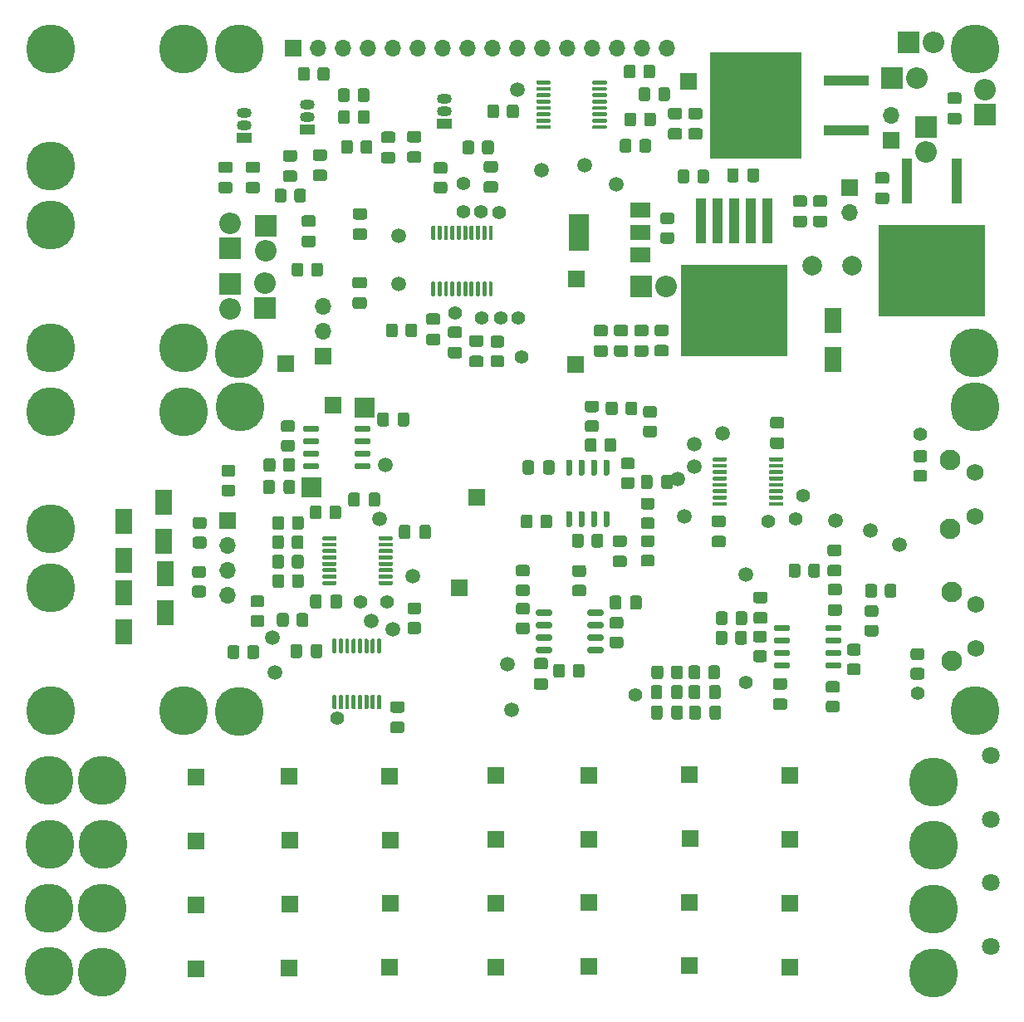
<source format=gbr>
%TF.GenerationSoftware,KiCad,Pcbnew,5.1.8-5.1.8*%
%TF.CreationDate,2022-02-25T22:11:04+08:00*%
%TF.ProjectId,lcr_2,6c63725f-322e-46b6-9963-61645f706362,rev?*%
%TF.SameCoordinates,Original*%
%TF.FileFunction,Soldermask,Top*%
%TF.FilePolarity,Negative*%
%FSLAX46Y46*%
G04 Gerber Fmt 4.6, Leading zero omitted, Abs format (unit mm)*
G04 Created by KiCad (PCBNEW 5.1.8-5.1.8) date 2022-02-25 22:11:04*
%MOMM*%
%LPD*%
G01*
G04 APERTURE LIST*
%ADD10C,1.500000*%
%ADD11R,1.700000X1.700000*%
%ADD12C,1.400000*%
%ADD13R,1.800000X2.500000*%
%ADD14R,2.000000X2.000000*%
%ADD15O,1.700000X1.700000*%
%ADD16C,5.000000*%
%ADD17O,2.200000X2.200000*%
%ADD18R,2.200000X2.200000*%
%ADD19C,1.800000*%
%ADD20R,10.800000X9.400000*%
%ADD21R,1.100000X4.600000*%
%ADD22R,2.000000X1.500000*%
%ADD23R,2.000000X3.800000*%
%ADD24R,9.400000X10.800000*%
%ADD25R,4.600000X1.100000*%
%ADD26C,2.100000*%
%ADD27C,1.750000*%
%ADD28R,1.500000X1.050000*%
%ADD29O,1.500000X1.050000*%
%ADD30C,2.000000*%
G04 APERTURE END LIST*
D10*
%TO.C,REF\u002A\u002A*%
X167519000Y-102170000D03*
%TD*%
%TO.C,REF\u002A\u002A*%
X164004000Y-101168000D03*
%TD*%
%TO.C,REF\u002A\u002A*%
X170484000Y-103616000D03*
%TD*%
%TO.C,REF\u002A\u002A*%
X154821000Y-106643000D03*
%TD*%
%TO.C,REF\u002A\u002A*%
X131586000Y-57260000D03*
%TD*%
%TO.C,REF\u002A\u002A*%
X141610000Y-66903000D03*
%TD*%
%TO.C,REF\u002A\u002A*%
X138407000Y-64922000D03*
%TD*%
%TO.C,REF\u002A\u002A*%
X134009000Y-65407000D03*
%TD*%
D11*
%TO.C,J1*%
X125665000Y-108043000D03*
%TD*%
%TO.C,J2*%
X127433000Y-98797000D03*
%TD*%
D12*
%TO.C,REF\u002A\u002A*%
X172345000Y-118795000D03*
%TD*%
%TO.C,REF\u002A\u002A*%
X172649000Y-92371000D03*
%TD*%
%TO.C,REF\u002A\u002A*%
X143550000Y-118909000D03*
%TD*%
%TO.C,REF\u002A\u002A*%
X154875000Y-117703000D03*
%TD*%
%TO.C,REF\u002A\u002A*%
X160721000Y-98599000D03*
%TD*%
%TO.C,REF\u002A\u002A*%
X159910000Y-101037000D03*
%TD*%
%TO.C,REF\u002A\u002A*%
X157130000Y-101252000D03*
%TD*%
D10*
%TO.C,REF\u002A\u002A*%
X148606000Y-100752000D03*
%TD*%
%TO.C,REF\u002A\u002A*%
X147928000Y-96920000D03*
%TD*%
%TO.C,REF\u002A\u002A*%
X149611000Y-95655000D03*
%TD*%
%TO.C,REF\u002A\u002A*%
X149558000Y-93398000D03*
%TD*%
%TO.C,REF\u002A\u002A*%
X152485000Y-92293000D03*
%TD*%
%TO.C,REF\u002A\u002A*%
X130971000Y-120452000D03*
%TD*%
%TO.C,REF\u002A\u002A*%
X130506000Y-115835000D03*
%TD*%
D12*
%TO.C,REF\u002A\u002A*%
X113214000Y-121347000D03*
%TD*%
D10*
%TO.C,REF\u002A\u002A*%
X116671000Y-111419000D03*
%TD*%
%TO.C,REF\u002A\u002A*%
X106585000Y-113067000D03*
%TD*%
%TO.C,REF\u002A\u002A*%
X106862000Y-116672000D03*
%TD*%
%TO.C,REF\u002A\u002A*%
X118865000Y-112214000D03*
%TD*%
%TO.C,REF\u002A\u002A*%
X120869000Y-106835000D03*
%TD*%
D12*
%TO.C,REF\u002A\u002A*%
X118287000Y-109489000D03*
%TD*%
%TO.C,REF\u002A\u002A*%
X115576000Y-109473000D03*
%TD*%
D13*
%TO.C,D1*%
X95507000Y-99299000D03*
X95507000Y-103299000D03*
%TD*%
D10*
%TO.C,REF\u002A\u002A*%
X117515000Y-100990000D03*
%TD*%
%TO.C,REF\u002A\u002A*%
X118127000Y-95502000D03*
%TD*%
D14*
%TO.C,REF\u002A\u002A*%
X116018000Y-89649000D03*
%TD*%
%TO.C,REF\u002A\u002A*%
X110582000Y-97767000D03*
%TD*%
D11*
%TO.C,J7*%
X112772000Y-89375000D03*
%TD*%
D15*
%TO.C,REF\u002A\u002A*%
X102012000Y-108763000D03*
X102012000Y-106223000D03*
X102012000Y-103683000D03*
D11*
X102012000Y-101143000D03*
%TD*%
D12*
%TO.C,REF\u002A\u002A*%
X131983000Y-84473000D03*
%TD*%
%TO.C,REF\u002A\u002A*%
X131674000Y-80513000D03*
%TD*%
%TO.C,REF\u002A\u002A*%
X129839000Y-80493000D03*
%TD*%
%TO.C,REF\u002A\u002A*%
X127941000Y-80493000D03*
%TD*%
%TO.C,REF\u002A\u002A*%
X126058000Y-66768000D03*
%TD*%
%TO.C,REF\u002A\u002A*%
X127864000Y-69700000D03*
%TD*%
%TO.C,REF\u002A\u002A*%
X129699000Y-69716000D03*
%TD*%
%TO.C,REF\u002A\u002A*%
X125246000Y-80031000D03*
%TD*%
%TO.C,REF\u002A\u002A*%
X126072000Y-69677000D03*
%TD*%
D15*
%TO.C,J4*%
X111786000Y-79278000D03*
X111786000Y-81818000D03*
D11*
X111786000Y-84358000D03*
%TD*%
D16*
%TO.C,REF\u002A\u002A*%
X103230000Y-120639000D03*
%TD*%
%TO.C,REF\u002A\u002A*%
X178209000Y-120562000D03*
%TD*%
%TO.C,REF\u002A\u002A*%
X178238000Y-89559000D03*
%TD*%
%TO.C,REF\u002A\u002A*%
X103261000Y-89606000D03*
%TD*%
%TO.C,REF\u002A\u002A*%
X103186000Y-84113000D03*
%TD*%
D17*
%TO.C,D14*%
X105863000Y-73670000D03*
D18*
X105863000Y-71130000D03*
%TD*%
D17*
%TO.C,D13*%
X102234000Y-70859000D03*
D18*
X102234000Y-73399000D03*
%TD*%
D17*
%TO.C,D12*%
X105784000Y-76953000D03*
D18*
X105784000Y-79493000D03*
%TD*%
D17*
%TO.C,D11*%
X102263000Y-79588000D03*
D18*
X102263000Y-77048000D03*
%TD*%
D17*
%TO.C,D10*%
X146684000Y-77250000D03*
D18*
X144144000Y-77250000D03*
%TD*%
D17*
%TO.C,D9*%
X173204000Y-63599000D03*
D18*
X173204000Y-61059000D03*
%TD*%
D17*
%TO.C,D8*%
X179201000Y-57205000D03*
D18*
X179201000Y-59745000D03*
%TD*%
D17*
%TO.C,D7*%
X173974000Y-52395000D03*
D18*
X171434000Y-52395000D03*
%TD*%
D17*
%TO.C,D5*%
X172255000Y-56060000D03*
D18*
X169715000Y-56060000D03*
%TD*%
D15*
%TO.C,DS1*%
X146801000Y-52975000D03*
X144261000Y-52975000D03*
X141721000Y-52975000D03*
X139181000Y-52975000D03*
X136641000Y-52975000D03*
X134101000Y-52975000D03*
X131561000Y-52975000D03*
X129021000Y-52975000D03*
X126481000Y-52975000D03*
X123941000Y-52975000D03*
X121401000Y-52975000D03*
X118861000Y-52975000D03*
X116321000Y-52975000D03*
X113781000Y-52975000D03*
X111241000Y-52975000D03*
D11*
X108701000Y-52975000D03*
%TD*%
%TO.C,REF\u002A\u002A*%
X149079000Y-127061000D03*
%TD*%
%TO.C,REF\u002A\u002A*%
X118544000Y-127208000D03*
%TD*%
%TO.C,REF\u002A\u002A*%
X129314000Y-127176000D03*
%TD*%
D16*
%TO.C,REF\u002A\u002A*%
X173941000Y-127798000D03*
%TD*%
D19*
%TO.C,REF\u002A\u002A*%
X179798000Y-125104000D03*
%TD*%
D11*
%TO.C,REF\u002A\u002A*%
X108286000Y-127280000D03*
%TD*%
%TO.C,REF\u002A\u002A*%
X159294000Y-127194000D03*
%TD*%
D16*
%TO.C,REF\u002A\u002A*%
X89225000Y-127694000D03*
%TD*%
D11*
%TO.C,REF\u002A\u002A*%
X138821000Y-127133000D03*
%TD*%
%TO.C,REF\u002A\u002A*%
X98779000Y-127323000D03*
%TD*%
D16*
%TO.C,REF\u002A\u002A*%
X83796000Y-127658000D03*
%TD*%
D11*
%TO.C,REF\u002A\u002A*%
X98832000Y-133836000D03*
%TD*%
%TO.C,REF\u002A\u002A*%
X159347000Y-133707000D03*
%TD*%
%TO.C,REF\u002A\u002A*%
X118597000Y-133721000D03*
%TD*%
%TO.C,REF\u002A\u002A*%
X108339000Y-133793000D03*
%TD*%
D16*
%TO.C,REF\u002A\u002A*%
X83849000Y-134171000D03*
%TD*%
%TO.C,REF\u002A\u002A*%
X89278000Y-134207000D03*
%TD*%
%TO.C,REF\u002A\u002A*%
X173994000Y-134311000D03*
%TD*%
D19*
%TO.C,REF\u002A\u002A*%
X179851000Y-131617000D03*
%TD*%
D11*
%TO.C,REF\u002A\u002A*%
X149132000Y-133574000D03*
%TD*%
%TO.C,REF\u002A\u002A*%
X129367000Y-133689000D03*
%TD*%
%TO.C,REF\u002A\u002A*%
X138874000Y-133646000D03*
%TD*%
%TO.C,REF\u002A\u002A*%
X118577000Y-140224000D03*
%TD*%
%TO.C,REF\u002A\u002A*%
X138854000Y-140149000D03*
%TD*%
%TO.C,REF\u002A\u002A*%
X98812000Y-140339000D03*
%TD*%
D16*
%TO.C,REF\u002A\u002A*%
X89258000Y-140710000D03*
%TD*%
%TO.C,REF\u002A\u002A*%
X173974000Y-140814000D03*
%TD*%
D11*
%TO.C,REF\u002A\u002A*%
X129347000Y-140192000D03*
%TD*%
D16*
%TO.C,REF\u002A\u002A*%
X83829000Y-140674000D03*
%TD*%
D11*
%TO.C,REF\u002A\u002A*%
X108319000Y-140296000D03*
%TD*%
%TO.C,REF\u002A\u002A*%
X159327000Y-140210000D03*
%TD*%
%TO.C,REF\u002A\u002A*%
X149112000Y-140077000D03*
%TD*%
D19*
%TO.C,REF\u002A\u002A*%
X179831000Y-138120000D03*
%TD*%
D16*
%TO.C,REF\u002A\u002A*%
X173955000Y-147320000D03*
%TD*%
D11*
%TO.C,REF\u002A\u002A*%
X159308000Y-146716000D03*
%TD*%
%TO.C,REF\u002A\u002A*%
X129328000Y-146698000D03*
%TD*%
%TO.C,REF\u002A\u002A*%
X149093000Y-146583000D03*
%TD*%
%TO.C,REF\u002A\u002A*%
X138835000Y-146655000D03*
%TD*%
%TO.C,REF\u002A\u002A*%
X118558000Y-146730000D03*
%TD*%
%TO.C,REF\u002A\u002A*%
X108300000Y-146802000D03*
%TD*%
D16*
%TO.C,REF\u002A\u002A*%
X89239000Y-147216000D03*
%TD*%
D19*
%TO.C,REF\u002A\u002A*%
X179812000Y-144626000D03*
%TD*%
D16*
%TO.C,REF\u002A\u002A*%
X83810000Y-147180000D03*
%TD*%
D11*
%TO.C,REF\u002A\u002A*%
X98793000Y-146845000D03*
%TD*%
D16*
%TO.C,REF\u002A\u002A*%
X83960000Y-102000000D03*
%TD*%
%TO.C,REF\u002A\u002A*%
X84000000Y-120540000D03*
%TD*%
%TO.C,REF\u002A\u002A*%
X97500000Y-120540000D03*
%TD*%
%TO.C,REF\u002A\u002A*%
X84000000Y-90040000D03*
%TD*%
%TO.C,REF\u002A\u002A*%
X83960000Y-108000000D03*
%TD*%
%TO.C,REF\u002A\u002A*%
X97500000Y-90040000D03*
%TD*%
%TO.C,REF\u002A\u002A*%
X84000000Y-83540000D03*
%TD*%
%TO.C,REF\u002A\u002A*%
X97500000Y-83540000D03*
%TD*%
%TO.C,REF\u002A\u002A*%
X97500000Y-53040000D03*
%TD*%
%TO.C,REF\u002A\u002A*%
X84000000Y-53040000D03*
%TD*%
%TO.C,REF\u002A\u002A*%
X83960000Y-71000000D03*
%TD*%
%TO.C,REF\u002A\u002A*%
X83960000Y-65000000D03*
%TD*%
%TO.C,REF\u002A\u002A*%
X178165000Y-84036000D03*
%TD*%
%TO.C,REF\u002A\u002A*%
X178194000Y-53033000D03*
%TD*%
%TO.C,REF\u002A\u002A*%
X103217000Y-53080000D03*
%TD*%
D10*
%TO.C,Y1*%
X119478000Y-77009000D03*
X119478000Y-72129000D03*
%TD*%
D20*
%TO.C,U13*%
X173786000Y-75703000D03*
D21*
X171246000Y-66553000D03*
X176326000Y-66553000D03*
%TD*%
%TO.C,U12*%
G36*
G01*
X123086000Y-72552000D02*
X122886000Y-72552000D01*
G75*
G02*
X122786000Y-72452000I0J100000D01*
G01*
X122786000Y-71177000D01*
G75*
G02*
X122886000Y-71077000I100000J0D01*
G01*
X123086000Y-71077000D01*
G75*
G02*
X123186000Y-71177000I0J-100000D01*
G01*
X123186000Y-72452000D01*
G75*
G02*
X123086000Y-72552000I-100000J0D01*
G01*
G37*
G36*
G01*
X123736000Y-72552000D02*
X123536000Y-72552000D01*
G75*
G02*
X123436000Y-72452000I0J100000D01*
G01*
X123436000Y-71177000D01*
G75*
G02*
X123536000Y-71077000I100000J0D01*
G01*
X123736000Y-71077000D01*
G75*
G02*
X123836000Y-71177000I0J-100000D01*
G01*
X123836000Y-72452000D01*
G75*
G02*
X123736000Y-72552000I-100000J0D01*
G01*
G37*
G36*
G01*
X124386000Y-72552000D02*
X124186000Y-72552000D01*
G75*
G02*
X124086000Y-72452000I0J100000D01*
G01*
X124086000Y-71177000D01*
G75*
G02*
X124186000Y-71077000I100000J0D01*
G01*
X124386000Y-71077000D01*
G75*
G02*
X124486000Y-71177000I0J-100000D01*
G01*
X124486000Y-72452000D01*
G75*
G02*
X124386000Y-72552000I-100000J0D01*
G01*
G37*
G36*
G01*
X125036000Y-72552000D02*
X124836000Y-72552000D01*
G75*
G02*
X124736000Y-72452000I0J100000D01*
G01*
X124736000Y-71177000D01*
G75*
G02*
X124836000Y-71077000I100000J0D01*
G01*
X125036000Y-71077000D01*
G75*
G02*
X125136000Y-71177000I0J-100000D01*
G01*
X125136000Y-72452000D01*
G75*
G02*
X125036000Y-72552000I-100000J0D01*
G01*
G37*
G36*
G01*
X125686000Y-72552000D02*
X125486000Y-72552000D01*
G75*
G02*
X125386000Y-72452000I0J100000D01*
G01*
X125386000Y-71177000D01*
G75*
G02*
X125486000Y-71077000I100000J0D01*
G01*
X125686000Y-71077000D01*
G75*
G02*
X125786000Y-71177000I0J-100000D01*
G01*
X125786000Y-72452000D01*
G75*
G02*
X125686000Y-72552000I-100000J0D01*
G01*
G37*
G36*
G01*
X126336000Y-72552000D02*
X126136000Y-72552000D01*
G75*
G02*
X126036000Y-72452000I0J100000D01*
G01*
X126036000Y-71177000D01*
G75*
G02*
X126136000Y-71077000I100000J0D01*
G01*
X126336000Y-71077000D01*
G75*
G02*
X126436000Y-71177000I0J-100000D01*
G01*
X126436000Y-72452000D01*
G75*
G02*
X126336000Y-72552000I-100000J0D01*
G01*
G37*
G36*
G01*
X126986000Y-72552000D02*
X126786000Y-72552000D01*
G75*
G02*
X126686000Y-72452000I0J100000D01*
G01*
X126686000Y-71177000D01*
G75*
G02*
X126786000Y-71077000I100000J0D01*
G01*
X126986000Y-71077000D01*
G75*
G02*
X127086000Y-71177000I0J-100000D01*
G01*
X127086000Y-72452000D01*
G75*
G02*
X126986000Y-72552000I-100000J0D01*
G01*
G37*
G36*
G01*
X127636000Y-72552000D02*
X127436000Y-72552000D01*
G75*
G02*
X127336000Y-72452000I0J100000D01*
G01*
X127336000Y-71177000D01*
G75*
G02*
X127436000Y-71077000I100000J0D01*
G01*
X127636000Y-71077000D01*
G75*
G02*
X127736000Y-71177000I0J-100000D01*
G01*
X127736000Y-72452000D01*
G75*
G02*
X127636000Y-72552000I-100000J0D01*
G01*
G37*
G36*
G01*
X128286000Y-72552000D02*
X128086000Y-72552000D01*
G75*
G02*
X127986000Y-72452000I0J100000D01*
G01*
X127986000Y-71177000D01*
G75*
G02*
X128086000Y-71077000I100000J0D01*
G01*
X128286000Y-71077000D01*
G75*
G02*
X128386000Y-71177000I0J-100000D01*
G01*
X128386000Y-72452000D01*
G75*
G02*
X128286000Y-72552000I-100000J0D01*
G01*
G37*
G36*
G01*
X128936000Y-72552000D02*
X128736000Y-72552000D01*
G75*
G02*
X128636000Y-72452000I0J100000D01*
G01*
X128636000Y-71177000D01*
G75*
G02*
X128736000Y-71077000I100000J0D01*
G01*
X128936000Y-71077000D01*
G75*
G02*
X129036000Y-71177000I0J-100000D01*
G01*
X129036000Y-72452000D01*
G75*
G02*
X128936000Y-72552000I-100000J0D01*
G01*
G37*
G36*
G01*
X128936000Y-78277000D02*
X128736000Y-78277000D01*
G75*
G02*
X128636000Y-78177000I0J100000D01*
G01*
X128636000Y-76902000D01*
G75*
G02*
X128736000Y-76802000I100000J0D01*
G01*
X128936000Y-76802000D01*
G75*
G02*
X129036000Y-76902000I0J-100000D01*
G01*
X129036000Y-78177000D01*
G75*
G02*
X128936000Y-78277000I-100000J0D01*
G01*
G37*
G36*
G01*
X128286000Y-78277000D02*
X128086000Y-78277000D01*
G75*
G02*
X127986000Y-78177000I0J100000D01*
G01*
X127986000Y-76902000D01*
G75*
G02*
X128086000Y-76802000I100000J0D01*
G01*
X128286000Y-76802000D01*
G75*
G02*
X128386000Y-76902000I0J-100000D01*
G01*
X128386000Y-78177000D01*
G75*
G02*
X128286000Y-78277000I-100000J0D01*
G01*
G37*
G36*
G01*
X127636000Y-78277000D02*
X127436000Y-78277000D01*
G75*
G02*
X127336000Y-78177000I0J100000D01*
G01*
X127336000Y-76902000D01*
G75*
G02*
X127436000Y-76802000I100000J0D01*
G01*
X127636000Y-76802000D01*
G75*
G02*
X127736000Y-76902000I0J-100000D01*
G01*
X127736000Y-78177000D01*
G75*
G02*
X127636000Y-78277000I-100000J0D01*
G01*
G37*
G36*
G01*
X126986000Y-78277000D02*
X126786000Y-78277000D01*
G75*
G02*
X126686000Y-78177000I0J100000D01*
G01*
X126686000Y-76902000D01*
G75*
G02*
X126786000Y-76802000I100000J0D01*
G01*
X126986000Y-76802000D01*
G75*
G02*
X127086000Y-76902000I0J-100000D01*
G01*
X127086000Y-78177000D01*
G75*
G02*
X126986000Y-78277000I-100000J0D01*
G01*
G37*
G36*
G01*
X126336000Y-78277000D02*
X126136000Y-78277000D01*
G75*
G02*
X126036000Y-78177000I0J100000D01*
G01*
X126036000Y-76902000D01*
G75*
G02*
X126136000Y-76802000I100000J0D01*
G01*
X126336000Y-76802000D01*
G75*
G02*
X126436000Y-76902000I0J-100000D01*
G01*
X126436000Y-78177000D01*
G75*
G02*
X126336000Y-78277000I-100000J0D01*
G01*
G37*
G36*
G01*
X125686000Y-78277000D02*
X125486000Y-78277000D01*
G75*
G02*
X125386000Y-78177000I0J100000D01*
G01*
X125386000Y-76902000D01*
G75*
G02*
X125486000Y-76802000I100000J0D01*
G01*
X125686000Y-76802000D01*
G75*
G02*
X125786000Y-76902000I0J-100000D01*
G01*
X125786000Y-78177000D01*
G75*
G02*
X125686000Y-78277000I-100000J0D01*
G01*
G37*
G36*
G01*
X125036000Y-78277000D02*
X124836000Y-78277000D01*
G75*
G02*
X124736000Y-78177000I0J100000D01*
G01*
X124736000Y-76902000D01*
G75*
G02*
X124836000Y-76802000I100000J0D01*
G01*
X125036000Y-76802000D01*
G75*
G02*
X125136000Y-76902000I0J-100000D01*
G01*
X125136000Y-78177000D01*
G75*
G02*
X125036000Y-78277000I-100000J0D01*
G01*
G37*
G36*
G01*
X124386000Y-78277000D02*
X124186000Y-78277000D01*
G75*
G02*
X124086000Y-78177000I0J100000D01*
G01*
X124086000Y-76902000D01*
G75*
G02*
X124186000Y-76802000I100000J0D01*
G01*
X124386000Y-76802000D01*
G75*
G02*
X124486000Y-76902000I0J-100000D01*
G01*
X124486000Y-78177000D01*
G75*
G02*
X124386000Y-78277000I-100000J0D01*
G01*
G37*
G36*
G01*
X123736000Y-78277000D02*
X123536000Y-78277000D01*
G75*
G02*
X123436000Y-78177000I0J100000D01*
G01*
X123436000Y-76902000D01*
G75*
G02*
X123536000Y-76802000I100000J0D01*
G01*
X123736000Y-76802000D01*
G75*
G02*
X123836000Y-76902000I0J-100000D01*
G01*
X123836000Y-78177000D01*
G75*
G02*
X123736000Y-78277000I-100000J0D01*
G01*
G37*
G36*
G01*
X123086000Y-78277000D02*
X122886000Y-78277000D01*
G75*
G02*
X122786000Y-78177000I0J100000D01*
G01*
X122786000Y-76902000D01*
G75*
G02*
X122886000Y-76802000I100000J0D01*
G01*
X123086000Y-76802000D01*
G75*
G02*
X123186000Y-76902000I0J-100000D01*
G01*
X123186000Y-78177000D01*
G75*
G02*
X123086000Y-78277000I-100000J0D01*
G01*
G37*
%TD*%
%TO.C,U11*%
G36*
G01*
X139190000Y-56587000D02*
X139190000Y-56387000D01*
G75*
G02*
X139290000Y-56287000I100000J0D01*
G01*
X140565000Y-56287000D01*
G75*
G02*
X140665000Y-56387000I0J-100000D01*
G01*
X140665000Y-56587000D01*
G75*
G02*
X140565000Y-56687000I-100000J0D01*
G01*
X139290000Y-56687000D01*
G75*
G02*
X139190000Y-56587000I0J100000D01*
G01*
G37*
G36*
G01*
X139190000Y-57237000D02*
X139190000Y-57037000D01*
G75*
G02*
X139290000Y-56937000I100000J0D01*
G01*
X140565000Y-56937000D01*
G75*
G02*
X140665000Y-57037000I0J-100000D01*
G01*
X140665000Y-57237000D01*
G75*
G02*
X140565000Y-57337000I-100000J0D01*
G01*
X139290000Y-57337000D01*
G75*
G02*
X139190000Y-57237000I0J100000D01*
G01*
G37*
G36*
G01*
X139190000Y-57887000D02*
X139190000Y-57687000D01*
G75*
G02*
X139290000Y-57587000I100000J0D01*
G01*
X140565000Y-57587000D01*
G75*
G02*
X140665000Y-57687000I0J-100000D01*
G01*
X140665000Y-57887000D01*
G75*
G02*
X140565000Y-57987000I-100000J0D01*
G01*
X139290000Y-57987000D01*
G75*
G02*
X139190000Y-57887000I0J100000D01*
G01*
G37*
G36*
G01*
X139190000Y-58537000D02*
X139190000Y-58337000D01*
G75*
G02*
X139290000Y-58237000I100000J0D01*
G01*
X140565000Y-58237000D01*
G75*
G02*
X140665000Y-58337000I0J-100000D01*
G01*
X140665000Y-58537000D01*
G75*
G02*
X140565000Y-58637000I-100000J0D01*
G01*
X139290000Y-58637000D01*
G75*
G02*
X139190000Y-58537000I0J100000D01*
G01*
G37*
G36*
G01*
X139190000Y-59187000D02*
X139190000Y-58987000D01*
G75*
G02*
X139290000Y-58887000I100000J0D01*
G01*
X140565000Y-58887000D01*
G75*
G02*
X140665000Y-58987000I0J-100000D01*
G01*
X140665000Y-59187000D01*
G75*
G02*
X140565000Y-59287000I-100000J0D01*
G01*
X139290000Y-59287000D01*
G75*
G02*
X139190000Y-59187000I0J100000D01*
G01*
G37*
G36*
G01*
X139190000Y-59837000D02*
X139190000Y-59637000D01*
G75*
G02*
X139290000Y-59537000I100000J0D01*
G01*
X140565000Y-59537000D01*
G75*
G02*
X140665000Y-59637000I0J-100000D01*
G01*
X140665000Y-59837000D01*
G75*
G02*
X140565000Y-59937000I-100000J0D01*
G01*
X139290000Y-59937000D01*
G75*
G02*
X139190000Y-59837000I0J100000D01*
G01*
G37*
G36*
G01*
X139190000Y-60487000D02*
X139190000Y-60287000D01*
G75*
G02*
X139290000Y-60187000I100000J0D01*
G01*
X140565000Y-60187000D01*
G75*
G02*
X140665000Y-60287000I0J-100000D01*
G01*
X140665000Y-60487000D01*
G75*
G02*
X140565000Y-60587000I-100000J0D01*
G01*
X139290000Y-60587000D01*
G75*
G02*
X139190000Y-60487000I0J100000D01*
G01*
G37*
G36*
G01*
X139190000Y-61137000D02*
X139190000Y-60937000D01*
G75*
G02*
X139290000Y-60837000I100000J0D01*
G01*
X140565000Y-60837000D01*
G75*
G02*
X140665000Y-60937000I0J-100000D01*
G01*
X140665000Y-61137000D01*
G75*
G02*
X140565000Y-61237000I-100000J0D01*
G01*
X139290000Y-61237000D01*
G75*
G02*
X139190000Y-61137000I0J100000D01*
G01*
G37*
G36*
G01*
X133465000Y-61137000D02*
X133465000Y-60937000D01*
G75*
G02*
X133565000Y-60837000I100000J0D01*
G01*
X134840000Y-60837000D01*
G75*
G02*
X134940000Y-60937000I0J-100000D01*
G01*
X134940000Y-61137000D01*
G75*
G02*
X134840000Y-61237000I-100000J0D01*
G01*
X133565000Y-61237000D01*
G75*
G02*
X133465000Y-61137000I0J100000D01*
G01*
G37*
G36*
G01*
X133465000Y-60487000D02*
X133465000Y-60287000D01*
G75*
G02*
X133565000Y-60187000I100000J0D01*
G01*
X134840000Y-60187000D01*
G75*
G02*
X134940000Y-60287000I0J-100000D01*
G01*
X134940000Y-60487000D01*
G75*
G02*
X134840000Y-60587000I-100000J0D01*
G01*
X133565000Y-60587000D01*
G75*
G02*
X133465000Y-60487000I0J100000D01*
G01*
G37*
G36*
G01*
X133465000Y-59837000D02*
X133465000Y-59637000D01*
G75*
G02*
X133565000Y-59537000I100000J0D01*
G01*
X134840000Y-59537000D01*
G75*
G02*
X134940000Y-59637000I0J-100000D01*
G01*
X134940000Y-59837000D01*
G75*
G02*
X134840000Y-59937000I-100000J0D01*
G01*
X133565000Y-59937000D01*
G75*
G02*
X133465000Y-59837000I0J100000D01*
G01*
G37*
G36*
G01*
X133465000Y-59187000D02*
X133465000Y-58987000D01*
G75*
G02*
X133565000Y-58887000I100000J0D01*
G01*
X134840000Y-58887000D01*
G75*
G02*
X134940000Y-58987000I0J-100000D01*
G01*
X134940000Y-59187000D01*
G75*
G02*
X134840000Y-59287000I-100000J0D01*
G01*
X133565000Y-59287000D01*
G75*
G02*
X133465000Y-59187000I0J100000D01*
G01*
G37*
G36*
G01*
X133465000Y-58537000D02*
X133465000Y-58337000D01*
G75*
G02*
X133565000Y-58237000I100000J0D01*
G01*
X134840000Y-58237000D01*
G75*
G02*
X134940000Y-58337000I0J-100000D01*
G01*
X134940000Y-58537000D01*
G75*
G02*
X134840000Y-58637000I-100000J0D01*
G01*
X133565000Y-58637000D01*
G75*
G02*
X133465000Y-58537000I0J100000D01*
G01*
G37*
G36*
G01*
X133465000Y-57887000D02*
X133465000Y-57687000D01*
G75*
G02*
X133565000Y-57587000I100000J0D01*
G01*
X134840000Y-57587000D01*
G75*
G02*
X134940000Y-57687000I0J-100000D01*
G01*
X134940000Y-57887000D01*
G75*
G02*
X134840000Y-57987000I-100000J0D01*
G01*
X133565000Y-57987000D01*
G75*
G02*
X133465000Y-57887000I0J100000D01*
G01*
G37*
G36*
G01*
X133465000Y-57237000D02*
X133465000Y-57037000D01*
G75*
G02*
X133565000Y-56937000I100000J0D01*
G01*
X134840000Y-56937000D01*
G75*
G02*
X134940000Y-57037000I0J-100000D01*
G01*
X134940000Y-57237000D01*
G75*
G02*
X134840000Y-57337000I-100000J0D01*
G01*
X133565000Y-57337000D01*
G75*
G02*
X133465000Y-57237000I0J100000D01*
G01*
G37*
G36*
G01*
X133465000Y-56587000D02*
X133465000Y-56387000D01*
G75*
G02*
X133565000Y-56287000I100000J0D01*
G01*
X134840000Y-56287000D01*
G75*
G02*
X134940000Y-56387000I0J-100000D01*
G01*
X134940000Y-56587000D01*
G75*
G02*
X134840000Y-56687000I-100000J0D01*
G01*
X133565000Y-56687000D01*
G75*
G02*
X133465000Y-56587000I0J100000D01*
G01*
G37*
%TD*%
%TO.C,U10*%
G36*
G01*
X159330000Y-115807000D02*
X159330000Y-116107000D01*
G75*
G02*
X159180000Y-116257000I-150000J0D01*
G01*
X157830000Y-116257000D01*
G75*
G02*
X157680000Y-116107000I0J150000D01*
G01*
X157680000Y-115807000D01*
G75*
G02*
X157830000Y-115657000I150000J0D01*
G01*
X159180000Y-115657000D01*
G75*
G02*
X159330000Y-115807000I0J-150000D01*
G01*
G37*
G36*
G01*
X159330000Y-114537000D02*
X159330000Y-114837000D01*
G75*
G02*
X159180000Y-114987000I-150000J0D01*
G01*
X157830000Y-114987000D01*
G75*
G02*
X157680000Y-114837000I0J150000D01*
G01*
X157680000Y-114537000D01*
G75*
G02*
X157830000Y-114387000I150000J0D01*
G01*
X159180000Y-114387000D01*
G75*
G02*
X159330000Y-114537000I0J-150000D01*
G01*
G37*
G36*
G01*
X159330000Y-113267000D02*
X159330000Y-113567000D01*
G75*
G02*
X159180000Y-113717000I-150000J0D01*
G01*
X157830000Y-113717000D01*
G75*
G02*
X157680000Y-113567000I0J150000D01*
G01*
X157680000Y-113267000D01*
G75*
G02*
X157830000Y-113117000I150000J0D01*
G01*
X159180000Y-113117000D01*
G75*
G02*
X159330000Y-113267000I0J-150000D01*
G01*
G37*
G36*
G01*
X159330000Y-111997000D02*
X159330000Y-112297000D01*
G75*
G02*
X159180000Y-112447000I-150000J0D01*
G01*
X157830000Y-112447000D01*
G75*
G02*
X157680000Y-112297000I0J150000D01*
G01*
X157680000Y-111997000D01*
G75*
G02*
X157830000Y-111847000I150000J0D01*
G01*
X159180000Y-111847000D01*
G75*
G02*
X159330000Y-111997000I0J-150000D01*
G01*
G37*
G36*
G01*
X164580000Y-111997000D02*
X164580000Y-112297000D01*
G75*
G02*
X164430000Y-112447000I-150000J0D01*
G01*
X163080000Y-112447000D01*
G75*
G02*
X162930000Y-112297000I0J150000D01*
G01*
X162930000Y-111997000D01*
G75*
G02*
X163080000Y-111847000I150000J0D01*
G01*
X164430000Y-111847000D01*
G75*
G02*
X164580000Y-111997000I0J-150000D01*
G01*
G37*
G36*
G01*
X164580000Y-113267000D02*
X164580000Y-113567000D01*
G75*
G02*
X164430000Y-113717000I-150000J0D01*
G01*
X163080000Y-113717000D01*
G75*
G02*
X162930000Y-113567000I0J150000D01*
G01*
X162930000Y-113267000D01*
G75*
G02*
X163080000Y-113117000I150000J0D01*
G01*
X164430000Y-113117000D01*
G75*
G02*
X164580000Y-113267000I0J-150000D01*
G01*
G37*
G36*
G01*
X164580000Y-114537000D02*
X164580000Y-114837000D01*
G75*
G02*
X164430000Y-114987000I-150000J0D01*
G01*
X163080000Y-114987000D01*
G75*
G02*
X162930000Y-114837000I0J150000D01*
G01*
X162930000Y-114537000D01*
G75*
G02*
X163080000Y-114387000I150000J0D01*
G01*
X164430000Y-114387000D01*
G75*
G02*
X164580000Y-114537000I0J-150000D01*
G01*
G37*
G36*
G01*
X164580000Y-115807000D02*
X164580000Y-116107000D01*
G75*
G02*
X164430000Y-116257000I-150000J0D01*
G01*
X163080000Y-116257000D01*
G75*
G02*
X162930000Y-116107000I0J150000D01*
G01*
X162930000Y-115807000D01*
G75*
G02*
X163080000Y-115657000I150000J0D01*
G01*
X164430000Y-115657000D01*
G75*
G02*
X164580000Y-115807000I0J-150000D01*
G01*
G37*
%TD*%
%TO.C,U9*%
G36*
G01*
X157184000Y-95019000D02*
X157184000Y-94819000D01*
G75*
G02*
X157284000Y-94719000I100000J0D01*
G01*
X158559000Y-94719000D01*
G75*
G02*
X158659000Y-94819000I0J-100000D01*
G01*
X158659000Y-95019000D01*
G75*
G02*
X158559000Y-95119000I-100000J0D01*
G01*
X157284000Y-95119000D01*
G75*
G02*
X157184000Y-95019000I0J100000D01*
G01*
G37*
G36*
G01*
X157184000Y-95669000D02*
X157184000Y-95469000D01*
G75*
G02*
X157284000Y-95369000I100000J0D01*
G01*
X158559000Y-95369000D01*
G75*
G02*
X158659000Y-95469000I0J-100000D01*
G01*
X158659000Y-95669000D01*
G75*
G02*
X158559000Y-95769000I-100000J0D01*
G01*
X157284000Y-95769000D01*
G75*
G02*
X157184000Y-95669000I0J100000D01*
G01*
G37*
G36*
G01*
X157184000Y-96319000D02*
X157184000Y-96119000D01*
G75*
G02*
X157284000Y-96019000I100000J0D01*
G01*
X158559000Y-96019000D01*
G75*
G02*
X158659000Y-96119000I0J-100000D01*
G01*
X158659000Y-96319000D01*
G75*
G02*
X158559000Y-96419000I-100000J0D01*
G01*
X157284000Y-96419000D01*
G75*
G02*
X157184000Y-96319000I0J100000D01*
G01*
G37*
G36*
G01*
X157184000Y-96969000D02*
X157184000Y-96769000D01*
G75*
G02*
X157284000Y-96669000I100000J0D01*
G01*
X158559000Y-96669000D01*
G75*
G02*
X158659000Y-96769000I0J-100000D01*
G01*
X158659000Y-96969000D01*
G75*
G02*
X158559000Y-97069000I-100000J0D01*
G01*
X157284000Y-97069000D01*
G75*
G02*
X157184000Y-96969000I0J100000D01*
G01*
G37*
G36*
G01*
X157184000Y-97619000D02*
X157184000Y-97419000D01*
G75*
G02*
X157284000Y-97319000I100000J0D01*
G01*
X158559000Y-97319000D01*
G75*
G02*
X158659000Y-97419000I0J-100000D01*
G01*
X158659000Y-97619000D01*
G75*
G02*
X158559000Y-97719000I-100000J0D01*
G01*
X157284000Y-97719000D01*
G75*
G02*
X157184000Y-97619000I0J100000D01*
G01*
G37*
G36*
G01*
X157184000Y-98269000D02*
X157184000Y-98069000D01*
G75*
G02*
X157284000Y-97969000I100000J0D01*
G01*
X158559000Y-97969000D01*
G75*
G02*
X158659000Y-98069000I0J-100000D01*
G01*
X158659000Y-98269000D01*
G75*
G02*
X158559000Y-98369000I-100000J0D01*
G01*
X157284000Y-98369000D01*
G75*
G02*
X157184000Y-98269000I0J100000D01*
G01*
G37*
G36*
G01*
X157184000Y-98919000D02*
X157184000Y-98719000D01*
G75*
G02*
X157284000Y-98619000I100000J0D01*
G01*
X158559000Y-98619000D01*
G75*
G02*
X158659000Y-98719000I0J-100000D01*
G01*
X158659000Y-98919000D01*
G75*
G02*
X158559000Y-99019000I-100000J0D01*
G01*
X157284000Y-99019000D01*
G75*
G02*
X157184000Y-98919000I0J100000D01*
G01*
G37*
G36*
G01*
X157184000Y-99569000D02*
X157184000Y-99369000D01*
G75*
G02*
X157284000Y-99269000I100000J0D01*
G01*
X158559000Y-99269000D01*
G75*
G02*
X158659000Y-99369000I0J-100000D01*
G01*
X158659000Y-99569000D01*
G75*
G02*
X158559000Y-99669000I-100000J0D01*
G01*
X157284000Y-99669000D01*
G75*
G02*
X157184000Y-99569000I0J100000D01*
G01*
G37*
G36*
G01*
X151459000Y-99569000D02*
X151459000Y-99369000D01*
G75*
G02*
X151559000Y-99269000I100000J0D01*
G01*
X152834000Y-99269000D01*
G75*
G02*
X152934000Y-99369000I0J-100000D01*
G01*
X152934000Y-99569000D01*
G75*
G02*
X152834000Y-99669000I-100000J0D01*
G01*
X151559000Y-99669000D01*
G75*
G02*
X151459000Y-99569000I0J100000D01*
G01*
G37*
G36*
G01*
X151459000Y-98919000D02*
X151459000Y-98719000D01*
G75*
G02*
X151559000Y-98619000I100000J0D01*
G01*
X152834000Y-98619000D01*
G75*
G02*
X152934000Y-98719000I0J-100000D01*
G01*
X152934000Y-98919000D01*
G75*
G02*
X152834000Y-99019000I-100000J0D01*
G01*
X151559000Y-99019000D01*
G75*
G02*
X151459000Y-98919000I0J100000D01*
G01*
G37*
G36*
G01*
X151459000Y-98269000D02*
X151459000Y-98069000D01*
G75*
G02*
X151559000Y-97969000I100000J0D01*
G01*
X152834000Y-97969000D01*
G75*
G02*
X152934000Y-98069000I0J-100000D01*
G01*
X152934000Y-98269000D01*
G75*
G02*
X152834000Y-98369000I-100000J0D01*
G01*
X151559000Y-98369000D01*
G75*
G02*
X151459000Y-98269000I0J100000D01*
G01*
G37*
G36*
G01*
X151459000Y-97619000D02*
X151459000Y-97419000D01*
G75*
G02*
X151559000Y-97319000I100000J0D01*
G01*
X152834000Y-97319000D01*
G75*
G02*
X152934000Y-97419000I0J-100000D01*
G01*
X152934000Y-97619000D01*
G75*
G02*
X152834000Y-97719000I-100000J0D01*
G01*
X151559000Y-97719000D01*
G75*
G02*
X151459000Y-97619000I0J100000D01*
G01*
G37*
G36*
G01*
X151459000Y-96969000D02*
X151459000Y-96769000D01*
G75*
G02*
X151559000Y-96669000I100000J0D01*
G01*
X152834000Y-96669000D01*
G75*
G02*
X152934000Y-96769000I0J-100000D01*
G01*
X152934000Y-96969000D01*
G75*
G02*
X152834000Y-97069000I-100000J0D01*
G01*
X151559000Y-97069000D01*
G75*
G02*
X151459000Y-96969000I0J100000D01*
G01*
G37*
G36*
G01*
X151459000Y-96319000D02*
X151459000Y-96119000D01*
G75*
G02*
X151559000Y-96019000I100000J0D01*
G01*
X152834000Y-96019000D01*
G75*
G02*
X152934000Y-96119000I0J-100000D01*
G01*
X152934000Y-96319000D01*
G75*
G02*
X152834000Y-96419000I-100000J0D01*
G01*
X151559000Y-96419000D01*
G75*
G02*
X151459000Y-96319000I0J100000D01*
G01*
G37*
G36*
G01*
X151459000Y-95669000D02*
X151459000Y-95469000D01*
G75*
G02*
X151559000Y-95369000I100000J0D01*
G01*
X152834000Y-95369000D01*
G75*
G02*
X152934000Y-95469000I0J-100000D01*
G01*
X152934000Y-95669000D01*
G75*
G02*
X152834000Y-95769000I-100000J0D01*
G01*
X151559000Y-95769000D01*
G75*
G02*
X151459000Y-95669000I0J100000D01*
G01*
G37*
G36*
G01*
X151459000Y-95019000D02*
X151459000Y-94819000D01*
G75*
G02*
X151559000Y-94719000I100000J0D01*
G01*
X152834000Y-94719000D01*
G75*
G02*
X152934000Y-94819000I0J-100000D01*
G01*
X152934000Y-95019000D01*
G75*
G02*
X152834000Y-95119000I-100000J0D01*
G01*
X151559000Y-95119000D01*
G75*
G02*
X151459000Y-95019000I0J100000D01*
G01*
G37*
%TD*%
D22*
%TO.C,U8*%
X144097000Y-74113000D03*
X144097000Y-69513000D03*
X144097000Y-71813000D03*
D23*
X137797000Y-71813000D03*
%TD*%
%TO.C,U7*%
G36*
G01*
X140475000Y-100192000D02*
X140775000Y-100192000D01*
G75*
G02*
X140925000Y-100342000I0J-150000D01*
G01*
X140925000Y-101692000D01*
G75*
G02*
X140775000Y-101842000I-150000J0D01*
G01*
X140475000Y-101842000D01*
G75*
G02*
X140325000Y-101692000I0J150000D01*
G01*
X140325000Y-100342000D01*
G75*
G02*
X140475000Y-100192000I150000J0D01*
G01*
G37*
G36*
G01*
X139205000Y-100192000D02*
X139505000Y-100192000D01*
G75*
G02*
X139655000Y-100342000I0J-150000D01*
G01*
X139655000Y-101692000D01*
G75*
G02*
X139505000Y-101842000I-150000J0D01*
G01*
X139205000Y-101842000D01*
G75*
G02*
X139055000Y-101692000I0J150000D01*
G01*
X139055000Y-100342000D01*
G75*
G02*
X139205000Y-100192000I150000J0D01*
G01*
G37*
G36*
G01*
X137935000Y-100192000D02*
X138235000Y-100192000D01*
G75*
G02*
X138385000Y-100342000I0J-150000D01*
G01*
X138385000Y-101692000D01*
G75*
G02*
X138235000Y-101842000I-150000J0D01*
G01*
X137935000Y-101842000D01*
G75*
G02*
X137785000Y-101692000I0J150000D01*
G01*
X137785000Y-100342000D01*
G75*
G02*
X137935000Y-100192000I150000J0D01*
G01*
G37*
G36*
G01*
X136665000Y-100192000D02*
X136965000Y-100192000D01*
G75*
G02*
X137115000Y-100342000I0J-150000D01*
G01*
X137115000Y-101692000D01*
G75*
G02*
X136965000Y-101842000I-150000J0D01*
G01*
X136665000Y-101842000D01*
G75*
G02*
X136515000Y-101692000I0J150000D01*
G01*
X136515000Y-100342000D01*
G75*
G02*
X136665000Y-100192000I150000J0D01*
G01*
G37*
G36*
G01*
X136665000Y-94942000D02*
X136965000Y-94942000D01*
G75*
G02*
X137115000Y-95092000I0J-150000D01*
G01*
X137115000Y-96442000D01*
G75*
G02*
X136965000Y-96592000I-150000J0D01*
G01*
X136665000Y-96592000D01*
G75*
G02*
X136515000Y-96442000I0J150000D01*
G01*
X136515000Y-95092000D01*
G75*
G02*
X136665000Y-94942000I150000J0D01*
G01*
G37*
G36*
G01*
X137935000Y-94942000D02*
X138235000Y-94942000D01*
G75*
G02*
X138385000Y-95092000I0J-150000D01*
G01*
X138385000Y-96442000D01*
G75*
G02*
X138235000Y-96592000I-150000J0D01*
G01*
X137935000Y-96592000D01*
G75*
G02*
X137785000Y-96442000I0J150000D01*
G01*
X137785000Y-95092000D01*
G75*
G02*
X137935000Y-94942000I150000J0D01*
G01*
G37*
G36*
G01*
X139205000Y-94942000D02*
X139505000Y-94942000D01*
G75*
G02*
X139655000Y-95092000I0J-150000D01*
G01*
X139655000Y-96442000D01*
G75*
G02*
X139505000Y-96592000I-150000J0D01*
G01*
X139205000Y-96592000D01*
G75*
G02*
X139055000Y-96442000I0J150000D01*
G01*
X139055000Y-95092000D01*
G75*
G02*
X139205000Y-94942000I150000J0D01*
G01*
G37*
G36*
G01*
X140475000Y-94942000D02*
X140775000Y-94942000D01*
G75*
G02*
X140925000Y-95092000I0J-150000D01*
G01*
X140925000Y-96442000D01*
G75*
G02*
X140775000Y-96592000I-150000J0D01*
G01*
X140475000Y-96592000D01*
G75*
G02*
X140325000Y-96442000I0J150000D01*
G01*
X140325000Y-95092000D01*
G75*
G02*
X140475000Y-94942000I150000J0D01*
G01*
G37*
%TD*%
D24*
%TO.C,U6*%
X155894000Y-58811000D03*
D25*
X165044000Y-56271000D03*
X165044000Y-61351000D03*
%TD*%
D20*
%TO.C,U5*%
X153651000Y-79750000D03*
D21*
X150251000Y-70600000D03*
X151951000Y-70600000D03*
X153651000Y-70600000D03*
X155351000Y-70600000D03*
X157051000Y-70600000D03*
%TD*%
%TO.C,U4*%
G36*
G01*
X138694028Y-110711348D02*
X138694028Y-110411348D01*
G75*
G02*
X138844028Y-110261348I150000J0D01*
G01*
X140194028Y-110261348D01*
G75*
G02*
X140344028Y-110411348I0J-150000D01*
G01*
X140344028Y-110711348D01*
G75*
G02*
X140194028Y-110861348I-150000J0D01*
G01*
X138844028Y-110861348D01*
G75*
G02*
X138694028Y-110711348I0J150000D01*
G01*
G37*
G36*
G01*
X138694028Y-111981348D02*
X138694028Y-111681348D01*
G75*
G02*
X138844028Y-111531348I150000J0D01*
G01*
X140194028Y-111531348D01*
G75*
G02*
X140344028Y-111681348I0J-150000D01*
G01*
X140344028Y-111981348D01*
G75*
G02*
X140194028Y-112131348I-150000J0D01*
G01*
X138844028Y-112131348D01*
G75*
G02*
X138694028Y-111981348I0J150000D01*
G01*
G37*
G36*
G01*
X138694028Y-113251348D02*
X138694028Y-112951348D01*
G75*
G02*
X138844028Y-112801348I150000J0D01*
G01*
X140194028Y-112801348D01*
G75*
G02*
X140344028Y-112951348I0J-150000D01*
G01*
X140344028Y-113251348D01*
G75*
G02*
X140194028Y-113401348I-150000J0D01*
G01*
X138844028Y-113401348D01*
G75*
G02*
X138694028Y-113251348I0J150000D01*
G01*
G37*
G36*
G01*
X138694028Y-114521348D02*
X138694028Y-114221348D01*
G75*
G02*
X138844028Y-114071348I150000J0D01*
G01*
X140194028Y-114071348D01*
G75*
G02*
X140344028Y-114221348I0J-150000D01*
G01*
X140344028Y-114521348D01*
G75*
G02*
X140194028Y-114671348I-150000J0D01*
G01*
X138844028Y-114671348D01*
G75*
G02*
X138694028Y-114521348I0J150000D01*
G01*
G37*
G36*
G01*
X133444028Y-114521348D02*
X133444028Y-114221348D01*
G75*
G02*
X133594028Y-114071348I150000J0D01*
G01*
X134944028Y-114071348D01*
G75*
G02*
X135094028Y-114221348I0J-150000D01*
G01*
X135094028Y-114521348D01*
G75*
G02*
X134944028Y-114671348I-150000J0D01*
G01*
X133594028Y-114671348D01*
G75*
G02*
X133444028Y-114521348I0J150000D01*
G01*
G37*
G36*
G01*
X133444028Y-113251348D02*
X133444028Y-112951348D01*
G75*
G02*
X133594028Y-112801348I150000J0D01*
G01*
X134944028Y-112801348D01*
G75*
G02*
X135094028Y-112951348I0J-150000D01*
G01*
X135094028Y-113251348D01*
G75*
G02*
X134944028Y-113401348I-150000J0D01*
G01*
X133594028Y-113401348D01*
G75*
G02*
X133444028Y-113251348I0J150000D01*
G01*
G37*
G36*
G01*
X133444028Y-111981348D02*
X133444028Y-111681348D01*
G75*
G02*
X133594028Y-111531348I150000J0D01*
G01*
X134944028Y-111531348D01*
G75*
G02*
X135094028Y-111681348I0J-150000D01*
G01*
X135094028Y-111981348D01*
G75*
G02*
X134944028Y-112131348I-150000J0D01*
G01*
X133594028Y-112131348D01*
G75*
G02*
X133444028Y-111981348I0J150000D01*
G01*
G37*
G36*
G01*
X133444028Y-110711348D02*
X133444028Y-110411348D01*
G75*
G02*
X133594028Y-110261348I150000J0D01*
G01*
X134944028Y-110261348D01*
G75*
G02*
X135094028Y-110411348I0J-150000D01*
G01*
X135094028Y-110711348D01*
G75*
G02*
X134944028Y-110861348I-150000J0D01*
G01*
X133594028Y-110861348D01*
G75*
G02*
X133444028Y-110711348I0J150000D01*
G01*
G37*
%TD*%
%TO.C,U3*%
G36*
G01*
X117387000Y-103079000D02*
X117387000Y-102879000D01*
G75*
G02*
X117487000Y-102779000I100000J0D01*
G01*
X118762000Y-102779000D01*
G75*
G02*
X118862000Y-102879000I0J-100000D01*
G01*
X118862000Y-103079000D01*
G75*
G02*
X118762000Y-103179000I-100000J0D01*
G01*
X117487000Y-103179000D01*
G75*
G02*
X117387000Y-103079000I0J100000D01*
G01*
G37*
G36*
G01*
X117387000Y-103729000D02*
X117387000Y-103529000D01*
G75*
G02*
X117487000Y-103429000I100000J0D01*
G01*
X118762000Y-103429000D01*
G75*
G02*
X118862000Y-103529000I0J-100000D01*
G01*
X118862000Y-103729000D01*
G75*
G02*
X118762000Y-103829000I-100000J0D01*
G01*
X117487000Y-103829000D01*
G75*
G02*
X117387000Y-103729000I0J100000D01*
G01*
G37*
G36*
G01*
X117387000Y-104379000D02*
X117387000Y-104179000D01*
G75*
G02*
X117487000Y-104079000I100000J0D01*
G01*
X118762000Y-104079000D01*
G75*
G02*
X118862000Y-104179000I0J-100000D01*
G01*
X118862000Y-104379000D01*
G75*
G02*
X118762000Y-104479000I-100000J0D01*
G01*
X117487000Y-104479000D01*
G75*
G02*
X117387000Y-104379000I0J100000D01*
G01*
G37*
G36*
G01*
X117387000Y-105029000D02*
X117387000Y-104829000D01*
G75*
G02*
X117487000Y-104729000I100000J0D01*
G01*
X118762000Y-104729000D01*
G75*
G02*
X118862000Y-104829000I0J-100000D01*
G01*
X118862000Y-105029000D01*
G75*
G02*
X118762000Y-105129000I-100000J0D01*
G01*
X117487000Y-105129000D01*
G75*
G02*
X117387000Y-105029000I0J100000D01*
G01*
G37*
G36*
G01*
X117387000Y-105679000D02*
X117387000Y-105479000D01*
G75*
G02*
X117487000Y-105379000I100000J0D01*
G01*
X118762000Y-105379000D01*
G75*
G02*
X118862000Y-105479000I0J-100000D01*
G01*
X118862000Y-105679000D01*
G75*
G02*
X118762000Y-105779000I-100000J0D01*
G01*
X117487000Y-105779000D01*
G75*
G02*
X117387000Y-105679000I0J100000D01*
G01*
G37*
G36*
G01*
X117387000Y-106329000D02*
X117387000Y-106129000D01*
G75*
G02*
X117487000Y-106029000I100000J0D01*
G01*
X118762000Y-106029000D01*
G75*
G02*
X118862000Y-106129000I0J-100000D01*
G01*
X118862000Y-106329000D01*
G75*
G02*
X118762000Y-106429000I-100000J0D01*
G01*
X117487000Y-106429000D01*
G75*
G02*
X117387000Y-106329000I0J100000D01*
G01*
G37*
G36*
G01*
X117387000Y-106979000D02*
X117387000Y-106779000D01*
G75*
G02*
X117487000Y-106679000I100000J0D01*
G01*
X118762000Y-106679000D01*
G75*
G02*
X118862000Y-106779000I0J-100000D01*
G01*
X118862000Y-106979000D01*
G75*
G02*
X118762000Y-107079000I-100000J0D01*
G01*
X117487000Y-107079000D01*
G75*
G02*
X117387000Y-106979000I0J100000D01*
G01*
G37*
G36*
G01*
X117387000Y-107629000D02*
X117387000Y-107429000D01*
G75*
G02*
X117487000Y-107329000I100000J0D01*
G01*
X118762000Y-107329000D01*
G75*
G02*
X118862000Y-107429000I0J-100000D01*
G01*
X118862000Y-107629000D01*
G75*
G02*
X118762000Y-107729000I-100000J0D01*
G01*
X117487000Y-107729000D01*
G75*
G02*
X117387000Y-107629000I0J100000D01*
G01*
G37*
G36*
G01*
X111662000Y-107629000D02*
X111662000Y-107429000D01*
G75*
G02*
X111762000Y-107329000I100000J0D01*
G01*
X113037000Y-107329000D01*
G75*
G02*
X113137000Y-107429000I0J-100000D01*
G01*
X113137000Y-107629000D01*
G75*
G02*
X113037000Y-107729000I-100000J0D01*
G01*
X111762000Y-107729000D01*
G75*
G02*
X111662000Y-107629000I0J100000D01*
G01*
G37*
G36*
G01*
X111662000Y-106979000D02*
X111662000Y-106779000D01*
G75*
G02*
X111762000Y-106679000I100000J0D01*
G01*
X113037000Y-106679000D01*
G75*
G02*
X113137000Y-106779000I0J-100000D01*
G01*
X113137000Y-106979000D01*
G75*
G02*
X113037000Y-107079000I-100000J0D01*
G01*
X111762000Y-107079000D01*
G75*
G02*
X111662000Y-106979000I0J100000D01*
G01*
G37*
G36*
G01*
X111662000Y-106329000D02*
X111662000Y-106129000D01*
G75*
G02*
X111762000Y-106029000I100000J0D01*
G01*
X113037000Y-106029000D01*
G75*
G02*
X113137000Y-106129000I0J-100000D01*
G01*
X113137000Y-106329000D01*
G75*
G02*
X113037000Y-106429000I-100000J0D01*
G01*
X111762000Y-106429000D01*
G75*
G02*
X111662000Y-106329000I0J100000D01*
G01*
G37*
G36*
G01*
X111662000Y-105679000D02*
X111662000Y-105479000D01*
G75*
G02*
X111762000Y-105379000I100000J0D01*
G01*
X113037000Y-105379000D01*
G75*
G02*
X113137000Y-105479000I0J-100000D01*
G01*
X113137000Y-105679000D01*
G75*
G02*
X113037000Y-105779000I-100000J0D01*
G01*
X111762000Y-105779000D01*
G75*
G02*
X111662000Y-105679000I0J100000D01*
G01*
G37*
G36*
G01*
X111662000Y-105029000D02*
X111662000Y-104829000D01*
G75*
G02*
X111762000Y-104729000I100000J0D01*
G01*
X113037000Y-104729000D01*
G75*
G02*
X113137000Y-104829000I0J-100000D01*
G01*
X113137000Y-105029000D01*
G75*
G02*
X113037000Y-105129000I-100000J0D01*
G01*
X111762000Y-105129000D01*
G75*
G02*
X111662000Y-105029000I0J100000D01*
G01*
G37*
G36*
G01*
X111662000Y-104379000D02*
X111662000Y-104179000D01*
G75*
G02*
X111762000Y-104079000I100000J0D01*
G01*
X113037000Y-104079000D01*
G75*
G02*
X113137000Y-104179000I0J-100000D01*
G01*
X113137000Y-104379000D01*
G75*
G02*
X113037000Y-104479000I-100000J0D01*
G01*
X111762000Y-104479000D01*
G75*
G02*
X111662000Y-104379000I0J100000D01*
G01*
G37*
G36*
G01*
X111662000Y-103729000D02*
X111662000Y-103529000D01*
G75*
G02*
X111762000Y-103429000I100000J0D01*
G01*
X113037000Y-103429000D01*
G75*
G02*
X113137000Y-103529000I0J-100000D01*
G01*
X113137000Y-103729000D01*
G75*
G02*
X113037000Y-103829000I-100000J0D01*
G01*
X111762000Y-103829000D01*
G75*
G02*
X111662000Y-103729000I0J100000D01*
G01*
G37*
G36*
G01*
X111662000Y-103079000D02*
X111662000Y-102879000D01*
G75*
G02*
X111762000Y-102779000I100000J0D01*
G01*
X113037000Y-102779000D01*
G75*
G02*
X113137000Y-102879000I0J-100000D01*
G01*
X113137000Y-103079000D01*
G75*
G02*
X113037000Y-103179000I-100000J0D01*
G01*
X111762000Y-103179000D01*
G75*
G02*
X111662000Y-103079000I0J100000D01*
G01*
G37*
%TD*%
%TO.C,U2*%
G36*
G01*
X117361000Y-118945000D02*
X117561000Y-118945000D01*
G75*
G02*
X117661000Y-119045000I0J-100000D01*
G01*
X117661000Y-120320000D01*
G75*
G02*
X117561000Y-120420000I-100000J0D01*
G01*
X117361000Y-120420000D01*
G75*
G02*
X117261000Y-120320000I0J100000D01*
G01*
X117261000Y-119045000D01*
G75*
G02*
X117361000Y-118945000I100000J0D01*
G01*
G37*
G36*
G01*
X116711000Y-118945000D02*
X116911000Y-118945000D01*
G75*
G02*
X117011000Y-119045000I0J-100000D01*
G01*
X117011000Y-120320000D01*
G75*
G02*
X116911000Y-120420000I-100000J0D01*
G01*
X116711000Y-120420000D01*
G75*
G02*
X116611000Y-120320000I0J100000D01*
G01*
X116611000Y-119045000D01*
G75*
G02*
X116711000Y-118945000I100000J0D01*
G01*
G37*
G36*
G01*
X116061000Y-118945000D02*
X116261000Y-118945000D01*
G75*
G02*
X116361000Y-119045000I0J-100000D01*
G01*
X116361000Y-120320000D01*
G75*
G02*
X116261000Y-120420000I-100000J0D01*
G01*
X116061000Y-120420000D01*
G75*
G02*
X115961000Y-120320000I0J100000D01*
G01*
X115961000Y-119045000D01*
G75*
G02*
X116061000Y-118945000I100000J0D01*
G01*
G37*
G36*
G01*
X115411000Y-118945000D02*
X115611000Y-118945000D01*
G75*
G02*
X115711000Y-119045000I0J-100000D01*
G01*
X115711000Y-120320000D01*
G75*
G02*
X115611000Y-120420000I-100000J0D01*
G01*
X115411000Y-120420000D01*
G75*
G02*
X115311000Y-120320000I0J100000D01*
G01*
X115311000Y-119045000D01*
G75*
G02*
X115411000Y-118945000I100000J0D01*
G01*
G37*
G36*
G01*
X114761000Y-118945000D02*
X114961000Y-118945000D01*
G75*
G02*
X115061000Y-119045000I0J-100000D01*
G01*
X115061000Y-120320000D01*
G75*
G02*
X114961000Y-120420000I-100000J0D01*
G01*
X114761000Y-120420000D01*
G75*
G02*
X114661000Y-120320000I0J100000D01*
G01*
X114661000Y-119045000D01*
G75*
G02*
X114761000Y-118945000I100000J0D01*
G01*
G37*
G36*
G01*
X114111000Y-118945000D02*
X114311000Y-118945000D01*
G75*
G02*
X114411000Y-119045000I0J-100000D01*
G01*
X114411000Y-120320000D01*
G75*
G02*
X114311000Y-120420000I-100000J0D01*
G01*
X114111000Y-120420000D01*
G75*
G02*
X114011000Y-120320000I0J100000D01*
G01*
X114011000Y-119045000D01*
G75*
G02*
X114111000Y-118945000I100000J0D01*
G01*
G37*
G36*
G01*
X113461000Y-118945000D02*
X113661000Y-118945000D01*
G75*
G02*
X113761000Y-119045000I0J-100000D01*
G01*
X113761000Y-120320000D01*
G75*
G02*
X113661000Y-120420000I-100000J0D01*
G01*
X113461000Y-120420000D01*
G75*
G02*
X113361000Y-120320000I0J100000D01*
G01*
X113361000Y-119045000D01*
G75*
G02*
X113461000Y-118945000I100000J0D01*
G01*
G37*
G36*
G01*
X112811000Y-118945000D02*
X113011000Y-118945000D01*
G75*
G02*
X113111000Y-119045000I0J-100000D01*
G01*
X113111000Y-120320000D01*
G75*
G02*
X113011000Y-120420000I-100000J0D01*
G01*
X112811000Y-120420000D01*
G75*
G02*
X112711000Y-120320000I0J100000D01*
G01*
X112711000Y-119045000D01*
G75*
G02*
X112811000Y-118945000I100000J0D01*
G01*
G37*
G36*
G01*
X112811000Y-113220000D02*
X113011000Y-113220000D01*
G75*
G02*
X113111000Y-113320000I0J-100000D01*
G01*
X113111000Y-114595000D01*
G75*
G02*
X113011000Y-114695000I-100000J0D01*
G01*
X112811000Y-114695000D01*
G75*
G02*
X112711000Y-114595000I0J100000D01*
G01*
X112711000Y-113320000D01*
G75*
G02*
X112811000Y-113220000I100000J0D01*
G01*
G37*
G36*
G01*
X113461000Y-113220000D02*
X113661000Y-113220000D01*
G75*
G02*
X113761000Y-113320000I0J-100000D01*
G01*
X113761000Y-114595000D01*
G75*
G02*
X113661000Y-114695000I-100000J0D01*
G01*
X113461000Y-114695000D01*
G75*
G02*
X113361000Y-114595000I0J100000D01*
G01*
X113361000Y-113320000D01*
G75*
G02*
X113461000Y-113220000I100000J0D01*
G01*
G37*
G36*
G01*
X114111000Y-113220000D02*
X114311000Y-113220000D01*
G75*
G02*
X114411000Y-113320000I0J-100000D01*
G01*
X114411000Y-114595000D01*
G75*
G02*
X114311000Y-114695000I-100000J0D01*
G01*
X114111000Y-114695000D01*
G75*
G02*
X114011000Y-114595000I0J100000D01*
G01*
X114011000Y-113320000D01*
G75*
G02*
X114111000Y-113220000I100000J0D01*
G01*
G37*
G36*
G01*
X114761000Y-113220000D02*
X114961000Y-113220000D01*
G75*
G02*
X115061000Y-113320000I0J-100000D01*
G01*
X115061000Y-114595000D01*
G75*
G02*
X114961000Y-114695000I-100000J0D01*
G01*
X114761000Y-114695000D01*
G75*
G02*
X114661000Y-114595000I0J100000D01*
G01*
X114661000Y-113320000D01*
G75*
G02*
X114761000Y-113220000I100000J0D01*
G01*
G37*
G36*
G01*
X115411000Y-113220000D02*
X115611000Y-113220000D01*
G75*
G02*
X115711000Y-113320000I0J-100000D01*
G01*
X115711000Y-114595000D01*
G75*
G02*
X115611000Y-114695000I-100000J0D01*
G01*
X115411000Y-114695000D01*
G75*
G02*
X115311000Y-114595000I0J100000D01*
G01*
X115311000Y-113320000D01*
G75*
G02*
X115411000Y-113220000I100000J0D01*
G01*
G37*
G36*
G01*
X116061000Y-113220000D02*
X116261000Y-113220000D01*
G75*
G02*
X116361000Y-113320000I0J-100000D01*
G01*
X116361000Y-114595000D01*
G75*
G02*
X116261000Y-114695000I-100000J0D01*
G01*
X116061000Y-114695000D01*
G75*
G02*
X115961000Y-114595000I0J100000D01*
G01*
X115961000Y-113320000D01*
G75*
G02*
X116061000Y-113220000I100000J0D01*
G01*
G37*
G36*
G01*
X116711000Y-113220000D02*
X116911000Y-113220000D01*
G75*
G02*
X117011000Y-113320000I0J-100000D01*
G01*
X117011000Y-114595000D01*
G75*
G02*
X116911000Y-114695000I-100000J0D01*
G01*
X116711000Y-114695000D01*
G75*
G02*
X116611000Y-114595000I0J100000D01*
G01*
X116611000Y-113320000D01*
G75*
G02*
X116711000Y-113220000I100000J0D01*
G01*
G37*
G36*
G01*
X117361000Y-113220000D02*
X117561000Y-113220000D01*
G75*
G02*
X117661000Y-113320000I0J-100000D01*
G01*
X117661000Y-114595000D01*
G75*
G02*
X117561000Y-114695000I-100000J0D01*
G01*
X117361000Y-114695000D01*
G75*
G02*
X117261000Y-114595000I0J100000D01*
G01*
X117261000Y-113320000D01*
G75*
G02*
X117361000Y-113220000I100000J0D01*
G01*
G37*
%TD*%
%TO.C,U1*%
G36*
G01*
X114921000Y-91950000D02*
X114921000Y-91650000D01*
G75*
G02*
X115071000Y-91500000I150000J0D01*
G01*
X116421000Y-91500000D01*
G75*
G02*
X116571000Y-91650000I0J-150000D01*
G01*
X116571000Y-91950000D01*
G75*
G02*
X116421000Y-92100000I-150000J0D01*
G01*
X115071000Y-92100000D01*
G75*
G02*
X114921000Y-91950000I0J150000D01*
G01*
G37*
G36*
G01*
X114921000Y-93220000D02*
X114921000Y-92920000D01*
G75*
G02*
X115071000Y-92770000I150000J0D01*
G01*
X116421000Y-92770000D01*
G75*
G02*
X116571000Y-92920000I0J-150000D01*
G01*
X116571000Y-93220000D01*
G75*
G02*
X116421000Y-93370000I-150000J0D01*
G01*
X115071000Y-93370000D01*
G75*
G02*
X114921000Y-93220000I0J150000D01*
G01*
G37*
G36*
G01*
X114921000Y-94490000D02*
X114921000Y-94190000D01*
G75*
G02*
X115071000Y-94040000I150000J0D01*
G01*
X116421000Y-94040000D01*
G75*
G02*
X116571000Y-94190000I0J-150000D01*
G01*
X116571000Y-94490000D01*
G75*
G02*
X116421000Y-94640000I-150000J0D01*
G01*
X115071000Y-94640000D01*
G75*
G02*
X114921000Y-94490000I0J150000D01*
G01*
G37*
G36*
G01*
X114921000Y-95760000D02*
X114921000Y-95460000D01*
G75*
G02*
X115071000Y-95310000I150000J0D01*
G01*
X116421000Y-95310000D01*
G75*
G02*
X116571000Y-95460000I0J-150000D01*
G01*
X116571000Y-95760000D01*
G75*
G02*
X116421000Y-95910000I-150000J0D01*
G01*
X115071000Y-95910000D01*
G75*
G02*
X114921000Y-95760000I0J150000D01*
G01*
G37*
G36*
G01*
X109671000Y-95760000D02*
X109671000Y-95460000D01*
G75*
G02*
X109821000Y-95310000I150000J0D01*
G01*
X111171000Y-95310000D01*
G75*
G02*
X111321000Y-95460000I0J-150000D01*
G01*
X111321000Y-95760000D01*
G75*
G02*
X111171000Y-95910000I-150000J0D01*
G01*
X109821000Y-95910000D01*
G75*
G02*
X109671000Y-95760000I0J150000D01*
G01*
G37*
G36*
G01*
X109671000Y-94490000D02*
X109671000Y-94190000D01*
G75*
G02*
X109821000Y-94040000I150000J0D01*
G01*
X111171000Y-94040000D01*
G75*
G02*
X111321000Y-94190000I0J-150000D01*
G01*
X111321000Y-94490000D01*
G75*
G02*
X111171000Y-94640000I-150000J0D01*
G01*
X109821000Y-94640000D01*
G75*
G02*
X109671000Y-94490000I0J150000D01*
G01*
G37*
G36*
G01*
X109671000Y-93220000D02*
X109671000Y-92920000D01*
G75*
G02*
X109821000Y-92770000I150000J0D01*
G01*
X111171000Y-92770000D01*
G75*
G02*
X111321000Y-92920000I0J-150000D01*
G01*
X111321000Y-93220000D01*
G75*
G02*
X111171000Y-93370000I-150000J0D01*
G01*
X109821000Y-93370000D01*
G75*
G02*
X109671000Y-93220000I0J150000D01*
G01*
G37*
G36*
G01*
X109671000Y-91950000D02*
X109671000Y-91650000D01*
G75*
G02*
X109821000Y-91500000I150000J0D01*
G01*
X111171000Y-91500000D01*
G75*
G02*
X111321000Y-91650000I0J-150000D01*
G01*
X111321000Y-91950000D01*
G75*
G02*
X111171000Y-92100000I-150000J0D01*
G01*
X109821000Y-92100000D01*
G75*
G02*
X109671000Y-91950000I0J150000D01*
G01*
G37*
%TD*%
D15*
%TO.C,SW3*%
X169652000Y-59816000D03*
D11*
X169652000Y-62356000D03*
%TD*%
D26*
%TO.C,SW2*%
X175691000Y-95012000D03*
D27*
X178181000Y-96262000D03*
X178181000Y-100762000D03*
D26*
X175691000Y-102022000D03*
%TD*%
%TO.C,SW1*%
X175799000Y-108445000D03*
D27*
X178289000Y-109695000D03*
X178289000Y-114195000D03*
D26*
X175799000Y-115455000D03*
%TD*%
%TO.C,R57*%
G36*
G01*
X99553001Y-107010000D02*
X98652999Y-107010000D01*
G75*
G02*
X98403000Y-106760001I0J249999D01*
G01*
X98403000Y-106059999D01*
G75*
G02*
X98652999Y-105810000I249999J0D01*
G01*
X99553001Y-105810000D01*
G75*
G02*
X99803000Y-106059999I0J-249999D01*
G01*
X99803000Y-106760001D01*
G75*
G02*
X99553001Y-107010000I-249999J0D01*
G01*
G37*
G36*
G01*
X99553001Y-109010000D02*
X98652999Y-109010000D01*
G75*
G02*
X98403000Y-108760001I0J249999D01*
G01*
X98403000Y-108059999D01*
G75*
G02*
X98652999Y-107810000I249999J0D01*
G01*
X99553001Y-107810000D01*
G75*
G02*
X99803000Y-108059999I0J-249999D01*
G01*
X99803000Y-108760001D01*
G75*
G02*
X99553001Y-109010000I-249999J0D01*
G01*
G37*
%TD*%
%TO.C,R56*%
G36*
G01*
X98709999Y-102813000D02*
X99610001Y-102813000D01*
G75*
G02*
X99860000Y-103062999I0J-249999D01*
G01*
X99860000Y-103763001D01*
G75*
G02*
X99610001Y-104013000I-249999J0D01*
G01*
X98709999Y-104013000D01*
G75*
G02*
X98460000Y-103763001I0J249999D01*
G01*
X98460000Y-103062999D01*
G75*
G02*
X98709999Y-102813000I249999J0D01*
G01*
G37*
G36*
G01*
X98709999Y-100813000D02*
X99610001Y-100813000D01*
G75*
G02*
X99860000Y-101062999I0J-249999D01*
G01*
X99860000Y-101763001D01*
G75*
G02*
X99610001Y-102013000I-249999J0D01*
G01*
X98709999Y-102013000D01*
G75*
G02*
X98460000Y-101763001I0J249999D01*
G01*
X98460000Y-101062999D01*
G75*
G02*
X98709999Y-100813000I249999J0D01*
G01*
G37*
%TD*%
%TO.C,R55*%
G36*
G01*
X169004000Y-108774001D02*
X169004000Y-107873999D01*
G75*
G02*
X169253999Y-107624000I249999J0D01*
G01*
X169954001Y-107624000D01*
G75*
G02*
X170204000Y-107873999I0J-249999D01*
G01*
X170204000Y-108774001D01*
G75*
G02*
X169954001Y-109024000I-249999J0D01*
G01*
X169253999Y-109024000D01*
G75*
G02*
X169004000Y-108774001I0J249999D01*
G01*
G37*
G36*
G01*
X167004000Y-108774001D02*
X167004000Y-107873999D01*
G75*
G02*
X167253999Y-107624000I249999J0D01*
G01*
X167954001Y-107624000D01*
G75*
G02*
X168204000Y-107873999I0J-249999D01*
G01*
X168204000Y-108774001D01*
G75*
G02*
X167954001Y-109024000I-249999J0D01*
G01*
X167253999Y-109024000D01*
G75*
G02*
X167004000Y-108774001I0J249999D01*
G01*
G37*
%TD*%
%TO.C,R54*%
G36*
G01*
X168104001Y-110992000D02*
X167203999Y-110992000D01*
G75*
G02*
X166954000Y-110742001I0J249999D01*
G01*
X166954000Y-110041999D01*
G75*
G02*
X167203999Y-109792000I249999J0D01*
G01*
X168104001Y-109792000D01*
G75*
G02*
X168354000Y-110041999I0J-249999D01*
G01*
X168354000Y-110742001D01*
G75*
G02*
X168104001Y-110992000I-249999J0D01*
G01*
G37*
G36*
G01*
X168104001Y-112992000D02*
X167203999Y-112992000D01*
G75*
G02*
X166954000Y-112742001I0J249999D01*
G01*
X166954000Y-112041999D01*
G75*
G02*
X167203999Y-111792000I249999J0D01*
G01*
X168104001Y-111792000D01*
G75*
G02*
X168354000Y-112041999I0J-249999D01*
G01*
X168354000Y-112742001D01*
G75*
G02*
X168104001Y-112992000I-249999J0D01*
G01*
G37*
%TD*%
%TO.C,R53*%
G36*
G01*
X160417000Y-105815999D02*
X160417000Y-106716001D01*
G75*
G02*
X160167001Y-106966000I-249999J0D01*
G01*
X159466999Y-106966000D01*
G75*
G02*
X159217000Y-106716001I0J249999D01*
G01*
X159217000Y-105815999D01*
G75*
G02*
X159466999Y-105566000I249999J0D01*
G01*
X160167001Y-105566000D01*
G75*
G02*
X160417000Y-105815999I0J-249999D01*
G01*
G37*
G36*
G01*
X162417000Y-105815999D02*
X162417000Y-106716001D01*
G75*
G02*
X162167001Y-106966000I-249999J0D01*
G01*
X161466999Y-106966000D01*
G75*
G02*
X161217000Y-106716001I0J249999D01*
G01*
X161217000Y-105815999D01*
G75*
G02*
X161466999Y-105566000I249999J0D01*
G01*
X162167001Y-105566000D01*
G75*
G02*
X162417000Y-105815999I0J-249999D01*
G01*
G37*
%TD*%
%TO.C,R52*%
G36*
G01*
X144399000Y-55827001D02*
X144399000Y-54926999D01*
G75*
G02*
X144648999Y-54677000I249999J0D01*
G01*
X145349001Y-54677000D01*
G75*
G02*
X145599000Y-54926999I0J-249999D01*
G01*
X145599000Y-55827001D01*
G75*
G02*
X145349001Y-56077000I-249999J0D01*
G01*
X144648999Y-56077000D01*
G75*
G02*
X144399000Y-55827001I0J249999D01*
G01*
G37*
G36*
G01*
X142399000Y-55827001D02*
X142399000Y-54926999D01*
G75*
G02*
X142648999Y-54677000I249999J0D01*
G01*
X143349001Y-54677000D01*
G75*
G02*
X143599000Y-54926999I0J-249999D01*
G01*
X143599000Y-55827001D01*
G75*
G02*
X143349001Y-56077000I-249999J0D01*
G01*
X142648999Y-56077000D01*
G75*
G02*
X142399000Y-55827001I0J249999D01*
G01*
G37*
%TD*%
%TO.C,R51*%
G36*
G01*
X111190000Y-56071001D02*
X111190000Y-55170999D01*
G75*
G02*
X111439999Y-54921000I249999J0D01*
G01*
X112140001Y-54921000D01*
G75*
G02*
X112390000Y-55170999I0J-249999D01*
G01*
X112390000Y-56071001D01*
G75*
G02*
X112140001Y-56321000I-249999J0D01*
G01*
X111439999Y-56321000D01*
G75*
G02*
X111190000Y-56071001I0J249999D01*
G01*
G37*
G36*
G01*
X109190000Y-56071001D02*
X109190000Y-55170999D01*
G75*
G02*
X109439999Y-54921000I249999J0D01*
G01*
X110140001Y-54921000D01*
G75*
G02*
X110390000Y-55170999I0J-249999D01*
G01*
X110390000Y-56071001D01*
G75*
G02*
X110140001Y-56321000I-249999J0D01*
G01*
X109439999Y-56321000D01*
G75*
G02*
X109190000Y-56071001I0J249999D01*
G01*
G37*
%TD*%
%TO.C,R50*%
G36*
G01*
X172794001Y-115384000D02*
X171893999Y-115384000D01*
G75*
G02*
X171644000Y-115134001I0J249999D01*
G01*
X171644000Y-114433999D01*
G75*
G02*
X171893999Y-114184000I249999J0D01*
G01*
X172794001Y-114184000D01*
G75*
G02*
X173044000Y-114433999I0J-249999D01*
G01*
X173044000Y-115134001D01*
G75*
G02*
X172794001Y-115384000I-249999J0D01*
G01*
G37*
G36*
G01*
X172794001Y-117384000D02*
X171893999Y-117384000D01*
G75*
G02*
X171644000Y-117134001I0J249999D01*
G01*
X171644000Y-116433999D01*
G75*
G02*
X171893999Y-116184000I249999J0D01*
G01*
X172794001Y-116184000D01*
G75*
G02*
X173044000Y-116433999I0J-249999D01*
G01*
X173044000Y-117134001D01*
G75*
G02*
X172794001Y-117384000I-249999J0D01*
G01*
G37*
%TD*%
%TO.C,R49*%
G36*
G01*
X172170999Y-96003000D02*
X173071001Y-96003000D01*
G75*
G02*
X173321000Y-96252999I0J-249999D01*
G01*
X173321000Y-96953001D01*
G75*
G02*
X173071001Y-97203000I-249999J0D01*
G01*
X172170999Y-97203000D01*
G75*
G02*
X171921000Y-96953001I0J249999D01*
G01*
X171921000Y-96252999D01*
G75*
G02*
X172170999Y-96003000I249999J0D01*
G01*
G37*
G36*
G01*
X172170999Y-94003000D02*
X173071001Y-94003000D01*
G75*
G02*
X173321000Y-94252999I0J-249999D01*
G01*
X173321000Y-94953001D01*
G75*
G02*
X173071001Y-95203000I-249999J0D01*
G01*
X172170999Y-95203000D01*
G75*
G02*
X171921000Y-94953001I0J249999D01*
G01*
X171921000Y-94252999D01*
G75*
G02*
X172170999Y-94003000I249999J0D01*
G01*
G37*
%TD*%
%TO.C,R48*%
G36*
G01*
X119352000Y-81320999D02*
X119352000Y-82221001D01*
G75*
G02*
X119102001Y-82471000I-249999J0D01*
G01*
X118401999Y-82471000D01*
G75*
G02*
X118152000Y-82221001I0J249999D01*
G01*
X118152000Y-81320999D01*
G75*
G02*
X118401999Y-81071000I249999J0D01*
G01*
X119102001Y-81071000D01*
G75*
G02*
X119352000Y-81320999I0J-249999D01*
G01*
G37*
G36*
G01*
X121352000Y-81320999D02*
X121352000Y-82221001D01*
G75*
G02*
X121102001Y-82471000I-249999J0D01*
G01*
X120401999Y-82471000D01*
G75*
G02*
X120152000Y-82221001I0J249999D01*
G01*
X120152000Y-81320999D01*
G75*
G02*
X120401999Y-81071000I249999J0D01*
G01*
X121102001Y-81071000D01*
G75*
G02*
X121352000Y-81320999I0J-249999D01*
G01*
G37*
%TD*%
%TO.C,R47*%
G36*
G01*
X145111000Y-57229999D02*
X145111000Y-58130001D01*
G75*
G02*
X144861001Y-58380000I-249999J0D01*
G01*
X144160999Y-58380000D01*
G75*
G02*
X143911000Y-58130001I0J249999D01*
G01*
X143911000Y-57229999D01*
G75*
G02*
X144160999Y-56980000I249999J0D01*
G01*
X144861001Y-56980000D01*
G75*
G02*
X145111000Y-57229999I0J-249999D01*
G01*
G37*
G36*
G01*
X147111000Y-57229999D02*
X147111000Y-58130001D01*
G75*
G02*
X146861001Y-58380000I-249999J0D01*
G01*
X146160999Y-58380000D01*
G75*
G02*
X145911000Y-58130001I0J249999D01*
G01*
X145911000Y-57229999D01*
G75*
G02*
X146160999Y-56980000I249999J0D01*
G01*
X146861001Y-56980000D01*
G75*
G02*
X147111000Y-57229999I0J-249999D01*
G01*
G37*
%TD*%
%TO.C,R46*%
G36*
G01*
X143188000Y-62501999D02*
X143188000Y-63402001D01*
G75*
G02*
X142938001Y-63652000I-249999J0D01*
G01*
X142237999Y-63652000D01*
G75*
G02*
X141988000Y-63402001I0J249999D01*
G01*
X141988000Y-62501999D01*
G75*
G02*
X142237999Y-62252000I249999J0D01*
G01*
X142938001Y-62252000D01*
G75*
G02*
X143188000Y-62501999I0J-249999D01*
G01*
G37*
G36*
G01*
X145188000Y-62501999D02*
X145188000Y-63402001D01*
G75*
G02*
X144938001Y-63652000I-249999J0D01*
G01*
X144237999Y-63652000D01*
G75*
G02*
X143988000Y-63402001I0J249999D01*
G01*
X143988000Y-62501999D01*
G75*
G02*
X144237999Y-62252000I249999J0D01*
G01*
X144938001Y-62252000D01*
G75*
G02*
X145188000Y-62501999I0J-249999D01*
G01*
G37*
%TD*%
%TO.C,R45*%
G36*
G01*
X143669000Y-59803999D02*
X143669000Y-60704001D01*
G75*
G02*
X143419001Y-60954000I-249999J0D01*
G01*
X142718999Y-60954000D01*
G75*
G02*
X142469000Y-60704001I0J249999D01*
G01*
X142469000Y-59803999D01*
G75*
G02*
X142718999Y-59554000I249999J0D01*
G01*
X143419001Y-59554000D01*
G75*
G02*
X143669000Y-59803999I0J-249999D01*
G01*
G37*
G36*
G01*
X145669000Y-59803999D02*
X145669000Y-60704001D01*
G75*
G02*
X145419001Y-60954000I-249999J0D01*
G01*
X144718999Y-60954000D01*
G75*
G02*
X144469000Y-60704001I0J249999D01*
G01*
X144469000Y-59803999D01*
G75*
G02*
X144718999Y-59554000I249999J0D01*
G01*
X145419001Y-59554000D01*
G75*
G02*
X145669000Y-59803999I0J-249999D01*
G01*
G37*
%TD*%
%TO.C,R44*%
G36*
G01*
X147222000Y-117089001D02*
X147222000Y-116188999D01*
G75*
G02*
X147471999Y-115939000I249999J0D01*
G01*
X148172001Y-115939000D01*
G75*
G02*
X148422000Y-116188999I0J-249999D01*
G01*
X148422000Y-117089001D01*
G75*
G02*
X148172001Y-117339000I-249999J0D01*
G01*
X147471999Y-117339000D01*
G75*
G02*
X147222000Y-117089001I0J249999D01*
G01*
G37*
G36*
G01*
X145222000Y-117089001D02*
X145222000Y-116188999D01*
G75*
G02*
X145471999Y-115939000I249999J0D01*
G01*
X146172001Y-115939000D01*
G75*
G02*
X146422000Y-116188999I0J-249999D01*
G01*
X146422000Y-117089001D01*
G75*
G02*
X146172001Y-117339000I-249999J0D01*
G01*
X145471999Y-117339000D01*
G75*
G02*
X145222000Y-117089001I0J249999D01*
G01*
G37*
%TD*%
%TO.C,R43*%
G36*
G01*
X151005000Y-117087001D02*
X151005000Y-116186999D01*
G75*
G02*
X151254999Y-115937000I249999J0D01*
G01*
X151955001Y-115937000D01*
G75*
G02*
X152205000Y-116186999I0J-249999D01*
G01*
X152205000Y-117087001D01*
G75*
G02*
X151955001Y-117337000I-249999J0D01*
G01*
X151254999Y-117337000D01*
G75*
G02*
X151005000Y-117087001I0J249999D01*
G01*
G37*
G36*
G01*
X149005000Y-117087001D02*
X149005000Y-116186999D01*
G75*
G02*
X149254999Y-115937000I249999J0D01*
G01*
X149955001Y-115937000D01*
G75*
G02*
X150205000Y-116186999I0J-249999D01*
G01*
X150205000Y-117087001D01*
G75*
G02*
X149955001Y-117337000I-249999J0D01*
G01*
X149254999Y-117337000D01*
G75*
G02*
X149005000Y-117087001I0J249999D01*
G01*
G37*
%TD*%
%TO.C,R42*%
G36*
G01*
X129058999Y-84316000D02*
X129959001Y-84316000D01*
G75*
G02*
X130209000Y-84565999I0J-249999D01*
G01*
X130209000Y-85266001D01*
G75*
G02*
X129959001Y-85516000I-249999J0D01*
G01*
X129058999Y-85516000D01*
G75*
G02*
X128809000Y-85266001I0J249999D01*
G01*
X128809000Y-84565999D01*
G75*
G02*
X129058999Y-84316000I249999J0D01*
G01*
G37*
G36*
G01*
X129058999Y-82316000D02*
X129959001Y-82316000D01*
G75*
G02*
X130209000Y-82565999I0J-249999D01*
G01*
X130209000Y-83266001D01*
G75*
G02*
X129959001Y-83516000I-249999J0D01*
G01*
X129058999Y-83516000D01*
G75*
G02*
X128809000Y-83266001I0J249999D01*
G01*
X128809000Y-82565999D01*
G75*
G02*
X129058999Y-82316000I249999J0D01*
G01*
G37*
%TD*%
%TO.C,R41*%
G36*
G01*
X145531001Y-90681000D02*
X144630999Y-90681000D01*
G75*
G02*
X144381000Y-90431001I0J249999D01*
G01*
X144381000Y-89730999D01*
G75*
G02*
X144630999Y-89481000I249999J0D01*
G01*
X145531001Y-89481000D01*
G75*
G02*
X145781000Y-89730999I0J-249999D01*
G01*
X145781000Y-90431001D01*
G75*
G02*
X145531001Y-90681000I-249999J0D01*
G01*
G37*
G36*
G01*
X145531001Y-92681000D02*
X144630999Y-92681000D01*
G75*
G02*
X144381000Y-92431001I0J249999D01*
G01*
X144381000Y-91730999D01*
G75*
G02*
X144630999Y-91481000I249999J0D01*
G01*
X145531001Y-91481000D01*
G75*
G02*
X145781000Y-91730999I0J-249999D01*
G01*
X145781000Y-92431001D01*
G75*
G02*
X145531001Y-92681000I-249999J0D01*
G01*
G37*
%TD*%
%TO.C,R40*%
G36*
G01*
X141773000Y-89265999D02*
X141773000Y-90166001D01*
G75*
G02*
X141523001Y-90416000I-249999J0D01*
G01*
X140822999Y-90416000D01*
G75*
G02*
X140573000Y-90166001I0J249999D01*
G01*
X140573000Y-89265999D01*
G75*
G02*
X140822999Y-89016000I249999J0D01*
G01*
X141523001Y-89016000D01*
G75*
G02*
X141773000Y-89265999I0J-249999D01*
G01*
G37*
G36*
G01*
X143773000Y-89265999D02*
X143773000Y-90166001D01*
G75*
G02*
X143523001Y-90416000I-249999J0D01*
G01*
X142822999Y-90416000D01*
G75*
G02*
X142573000Y-90166001I0J249999D01*
G01*
X142573000Y-89265999D01*
G75*
G02*
X142822999Y-89016000I249999J0D01*
G01*
X143523001Y-89016000D01*
G75*
G02*
X143773000Y-89265999I0J-249999D01*
G01*
G37*
%TD*%
%TO.C,R39*%
G36*
G01*
X144383999Y-104662000D02*
X145284001Y-104662000D01*
G75*
G02*
X145534000Y-104911999I0J-249999D01*
G01*
X145534000Y-105612001D01*
G75*
G02*
X145284001Y-105862000I-249999J0D01*
G01*
X144383999Y-105862000D01*
G75*
G02*
X144134000Y-105612001I0J249999D01*
G01*
X144134000Y-104911999D01*
G75*
G02*
X144383999Y-104662000I249999J0D01*
G01*
G37*
G36*
G01*
X144383999Y-102662000D02*
X145284001Y-102662000D01*
G75*
G02*
X145534000Y-102911999I0J-249999D01*
G01*
X145534000Y-103612001D01*
G75*
G02*
X145284001Y-103862000I-249999J0D01*
G01*
X144383999Y-103862000D01*
G75*
G02*
X144134000Y-103612001I0J249999D01*
G01*
X144134000Y-102911999D01*
G75*
G02*
X144383999Y-102662000I249999J0D01*
G01*
G37*
%TD*%
%TO.C,R38*%
G36*
G01*
X144386999Y-100836000D02*
X145287001Y-100836000D01*
G75*
G02*
X145537000Y-101085999I0J-249999D01*
G01*
X145537000Y-101786001D01*
G75*
G02*
X145287001Y-102036000I-249999J0D01*
G01*
X144386999Y-102036000D01*
G75*
G02*
X144137000Y-101786001I0J249999D01*
G01*
X144137000Y-101085999D01*
G75*
G02*
X144386999Y-100836000I249999J0D01*
G01*
G37*
G36*
G01*
X144386999Y-98836000D02*
X145287001Y-98836000D01*
G75*
G02*
X145537000Y-99085999I0J-249999D01*
G01*
X145537000Y-99786001D01*
G75*
G02*
X145287001Y-100036000I-249999J0D01*
G01*
X144386999Y-100036000D01*
G75*
G02*
X144137000Y-99786001I0J249999D01*
G01*
X144137000Y-99085999D01*
G75*
G02*
X144386999Y-98836000I249999J0D01*
G01*
G37*
%TD*%
%TO.C,R37*%
G36*
G01*
X165405999Y-115732000D02*
X166306001Y-115732000D01*
G75*
G02*
X166556000Y-115981999I0J-249999D01*
G01*
X166556000Y-116682001D01*
G75*
G02*
X166306001Y-116932000I-249999J0D01*
G01*
X165405999Y-116932000D01*
G75*
G02*
X165156000Y-116682001I0J249999D01*
G01*
X165156000Y-115981999D01*
G75*
G02*
X165405999Y-115732000I249999J0D01*
G01*
G37*
G36*
G01*
X165405999Y-113732000D02*
X166306001Y-113732000D01*
G75*
G02*
X166556000Y-113981999I0J-249999D01*
G01*
X166556000Y-114682001D01*
G75*
G02*
X166306001Y-114932000I-249999J0D01*
G01*
X165405999Y-114932000D01*
G75*
G02*
X165156000Y-114682001I0J249999D01*
G01*
X165156000Y-113981999D01*
G75*
G02*
X165405999Y-113732000I249999J0D01*
G01*
G37*
%TD*%
%TO.C,R36*%
G36*
G01*
X141202027Y-112991347D02*
X142102029Y-112991347D01*
G75*
G02*
X142352028Y-113241346I0J-249999D01*
G01*
X142352028Y-113941348D01*
G75*
G02*
X142102029Y-114191347I-249999J0D01*
G01*
X141202027Y-114191347D01*
G75*
G02*
X140952028Y-113941348I0J249999D01*
G01*
X140952028Y-113241346D01*
G75*
G02*
X141202027Y-112991347I249999J0D01*
G01*
G37*
G36*
G01*
X141202027Y-110991347D02*
X142102029Y-110991347D01*
G75*
G02*
X142352028Y-111241346I0J-249999D01*
G01*
X142352028Y-111941348D01*
G75*
G02*
X142102029Y-112191347I-249999J0D01*
G01*
X141202027Y-112191347D01*
G75*
G02*
X140952028Y-111941348I0J249999D01*
G01*
X140952028Y-111241346D01*
G75*
G02*
X141202027Y-110991347I249999J0D01*
G01*
G37*
%TD*%
%TO.C,R35*%
G36*
G01*
X163250999Y-119531000D02*
X164151001Y-119531000D01*
G75*
G02*
X164401000Y-119780999I0J-249999D01*
G01*
X164401000Y-120481001D01*
G75*
G02*
X164151001Y-120731000I-249999J0D01*
G01*
X163250999Y-120731000D01*
G75*
G02*
X163001000Y-120481001I0J249999D01*
G01*
X163001000Y-119780999D01*
G75*
G02*
X163250999Y-119531000I249999J0D01*
G01*
G37*
G36*
G01*
X163250999Y-117531000D02*
X164151001Y-117531000D01*
G75*
G02*
X164401000Y-117780999I0J-249999D01*
G01*
X164401000Y-118481001D01*
G75*
G02*
X164151001Y-118731000I-249999J0D01*
G01*
X163250999Y-118731000D01*
G75*
G02*
X163001000Y-118481001I0J249999D01*
G01*
X163001000Y-117780999D01*
G75*
G02*
X163250999Y-117531000I249999J0D01*
G01*
G37*
%TD*%
%TO.C,R34*%
G36*
G01*
X131670027Y-111551348D02*
X132570029Y-111551348D01*
G75*
G02*
X132820028Y-111801347I0J-249999D01*
G01*
X132820028Y-112501349D01*
G75*
G02*
X132570029Y-112751348I-249999J0D01*
G01*
X131670027Y-112751348D01*
G75*
G02*
X131420028Y-112501349I0J249999D01*
G01*
X131420028Y-111801347D01*
G75*
G02*
X131670027Y-111551348I249999J0D01*
G01*
G37*
G36*
G01*
X131670027Y-109551348D02*
X132570029Y-109551348D01*
G75*
G02*
X132820028Y-109801347I0J-249999D01*
G01*
X132820028Y-110501349D01*
G75*
G02*
X132570029Y-110751348I-249999J0D01*
G01*
X131670027Y-110751348D01*
G75*
G02*
X131420028Y-110501349I0J249999D01*
G01*
X131420028Y-109801347D01*
G75*
G02*
X131670027Y-109551348I249999J0D01*
G01*
G37*
%TD*%
%TO.C,R33*%
G36*
G01*
X136407028Y-116030347D02*
X136407028Y-116930349D01*
G75*
G02*
X136157029Y-117180348I-249999J0D01*
G01*
X135457027Y-117180348D01*
G75*
G02*
X135207028Y-116930349I0J249999D01*
G01*
X135207028Y-116030347D01*
G75*
G02*
X135457027Y-115780348I249999J0D01*
G01*
X136157029Y-115780348D01*
G75*
G02*
X136407028Y-116030347I0J-249999D01*
G01*
G37*
G36*
G01*
X138407028Y-116030347D02*
X138407028Y-116930349D01*
G75*
G02*
X138157029Y-117180348I-249999J0D01*
G01*
X137457027Y-117180348D01*
G75*
G02*
X137207028Y-116930349I0J249999D01*
G01*
X137207028Y-116030347D01*
G75*
G02*
X137457027Y-115780348I249999J0D01*
G01*
X138157029Y-115780348D01*
G75*
G02*
X138407028Y-116030347I0J-249999D01*
G01*
G37*
%TD*%
%TO.C,R32*%
G36*
G01*
X139632000Y-93022999D02*
X139632000Y-93923001D01*
G75*
G02*
X139382001Y-94173000I-249999J0D01*
G01*
X138681999Y-94173000D01*
G75*
G02*
X138432000Y-93923001I0J249999D01*
G01*
X138432000Y-93022999D01*
G75*
G02*
X138681999Y-92773000I249999J0D01*
G01*
X139382001Y-92773000D01*
G75*
G02*
X139632000Y-93022999I0J-249999D01*
G01*
G37*
G36*
G01*
X141632000Y-93022999D02*
X141632000Y-93923001D01*
G75*
G02*
X141382001Y-94173000I-249999J0D01*
G01*
X140681999Y-94173000D01*
G75*
G02*
X140432000Y-93923001I0J249999D01*
G01*
X140432000Y-93022999D01*
G75*
G02*
X140681999Y-92773000I249999J0D01*
G01*
X141382001Y-92773000D01*
G75*
G02*
X141632000Y-93022999I0J-249999D01*
G01*
G37*
%TD*%
%TO.C,R31*%
G36*
G01*
X121491001Y-110722000D02*
X120590999Y-110722000D01*
G75*
G02*
X120341000Y-110472001I0J249999D01*
G01*
X120341000Y-109771999D01*
G75*
G02*
X120590999Y-109522000I249999J0D01*
G01*
X121491001Y-109522000D01*
G75*
G02*
X121741000Y-109771999I0J-249999D01*
G01*
X121741000Y-110472001D01*
G75*
G02*
X121491001Y-110722000I-249999J0D01*
G01*
G37*
G36*
G01*
X121491001Y-112722000D02*
X120590999Y-112722000D01*
G75*
G02*
X120341000Y-112472001I0J249999D01*
G01*
X120341000Y-111771999D01*
G75*
G02*
X120590999Y-111522000I249999J0D01*
G01*
X121491001Y-111522000D01*
G75*
G02*
X121741000Y-111771999I0J-249999D01*
G01*
X121741000Y-112472001D01*
G75*
G02*
X121491001Y-112722000I-249999J0D01*
G01*
G37*
%TD*%
%TO.C,R30*%
G36*
G01*
X138699999Y-90932000D02*
X139600001Y-90932000D01*
G75*
G02*
X139850000Y-91181999I0J-249999D01*
G01*
X139850000Y-91882001D01*
G75*
G02*
X139600001Y-92132000I-249999J0D01*
G01*
X138699999Y-92132000D01*
G75*
G02*
X138450000Y-91882001I0J249999D01*
G01*
X138450000Y-91181999D01*
G75*
G02*
X138699999Y-90932000I249999J0D01*
G01*
G37*
G36*
G01*
X138699999Y-88932000D02*
X139600001Y-88932000D01*
G75*
G02*
X139850000Y-89181999I0J-249999D01*
G01*
X139850000Y-89882001D01*
G75*
G02*
X139600001Y-90132000I-249999J0D01*
G01*
X138699999Y-90132000D01*
G75*
G02*
X138450000Y-89882001I0J249999D01*
G01*
X138450000Y-89181999D01*
G75*
G02*
X138699999Y-88932000I249999J0D01*
G01*
G37*
%TD*%
%TO.C,R29*%
G36*
G01*
X105497001Y-110005000D02*
X104596999Y-110005000D01*
G75*
G02*
X104347000Y-109755001I0J249999D01*
G01*
X104347000Y-109054999D01*
G75*
G02*
X104596999Y-108805000I249999J0D01*
G01*
X105497001Y-108805000D01*
G75*
G02*
X105747000Y-109054999I0J-249999D01*
G01*
X105747000Y-109755001D01*
G75*
G02*
X105497001Y-110005000I-249999J0D01*
G01*
G37*
G36*
G01*
X105497001Y-112005000D02*
X104596999Y-112005000D01*
G75*
G02*
X104347000Y-111755001I0J249999D01*
G01*
X104347000Y-111054999D01*
G75*
G02*
X104596999Y-110805000I249999J0D01*
G01*
X105497001Y-110805000D01*
G75*
G02*
X105747000Y-111054999I0J-249999D01*
G01*
X105747000Y-111755001D01*
G75*
G02*
X105497001Y-112005000I-249999J0D01*
G01*
G37*
%TD*%
%TO.C,R28*%
G36*
G01*
X156733001Y-113602000D02*
X155832999Y-113602000D01*
G75*
G02*
X155583000Y-113352001I0J249999D01*
G01*
X155583000Y-112651999D01*
G75*
G02*
X155832999Y-112402000I249999J0D01*
G01*
X156733001Y-112402000D01*
G75*
G02*
X156983000Y-112651999I0J-249999D01*
G01*
X156983000Y-113352001D01*
G75*
G02*
X156733001Y-113602000I-249999J0D01*
G01*
G37*
G36*
G01*
X156733001Y-115602000D02*
X155832999Y-115602000D01*
G75*
G02*
X155583000Y-115352001I0J249999D01*
G01*
X155583000Y-114651999D01*
G75*
G02*
X155832999Y-114402000I249999J0D01*
G01*
X156733001Y-114402000D01*
G75*
G02*
X156983000Y-114651999I0J-249999D01*
G01*
X156983000Y-115352001D01*
G75*
G02*
X156733001Y-115602000I-249999J0D01*
G01*
G37*
%TD*%
%TO.C,R27*%
G36*
G01*
X138314000Y-102765999D02*
X138314000Y-103666001D01*
G75*
G02*
X138064001Y-103916000I-249999J0D01*
G01*
X137363999Y-103916000D01*
G75*
G02*
X137114000Y-103666001I0J249999D01*
G01*
X137114000Y-102765999D01*
G75*
G02*
X137363999Y-102516000I249999J0D01*
G01*
X138064001Y-102516000D01*
G75*
G02*
X138314000Y-102765999I0J-249999D01*
G01*
G37*
G36*
G01*
X140314000Y-102765999D02*
X140314000Y-103666001D01*
G75*
G02*
X140064001Y-103916000I-249999J0D01*
G01*
X139363999Y-103916000D01*
G75*
G02*
X139114000Y-103666001I0J249999D01*
G01*
X139114000Y-102765999D01*
G75*
G02*
X139363999Y-102516000I249999J0D01*
G01*
X140064001Y-102516000D01*
G75*
G02*
X140314000Y-102765999I0J-249999D01*
G01*
G37*
%TD*%
%TO.C,R26*%
G36*
G01*
X133893000Y-101710001D02*
X133893000Y-100809999D01*
G75*
G02*
X134142999Y-100560000I249999J0D01*
G01*
X134843001Y-100560000D01*
G75*
G02*
X135093000Y-100809999I0J-249999D01*
G01*
X135093000Y-101710001D01*
G75*
G02*
X134843001Y-101960000I-249999J0D01*
G01*
X134142999Y-101960000D01*
G75*
G02*
X133893000Y-101710001I0J249999D01*
G01*
G37*
G36*
G01*
X131893000Y-101710001D02*
X131893000Y-100809999D01*
G75*
G02*
X132142999Y-100560000I249999J0D01*
G01*
X132843001Y-100560000D01*
G75*
G02*
X133093000Y-100809999I0J-249999D01*
G01*
X133093000Y-101710001D01*
G75*
G02*
X132843001Y-101960000I-249999J0D01*
G01*
X132142999Y-101960000D01*
G75*
G02*
X131893000Y-101710001I0J249999D01*
G01*
G37*
%TD*%
%TO.C,R25*%
G36*
G01*
X129689000Y-58976999D02*
X129689000Y-59877001D01*
G75*
G02*
X129439001Y-60127000I-249999J0D01*
G01*
X128738999Y-60127000D01*
G75*
G02*
X128489000Y-59877001I0J249999D01*
G01*
X128489000Y-58976999D01*
G75*
G02*
X128738999Y-58727000I249999J0D01*
G01*
X129439001Y-58727000D01*
G75*
G02*
X129689000Y-58976999I0J-249999D01*
G01*
G37*
G36*
G01*
X131689000Y-58976999D02*
X131689000Y-59877001D01*
G75*
G02*
X131439001Y-60127000I-249999J0D01*
G01*
X130738999Y-60127000D01*
G75*
G02*
X130489000Y-59877001I0J249999D01*
G01*
X130489000Y-58976999D01*
G75*
G02*
X130738999Y-58727000I249999J0D01*
G01*
X131439001Y-58727000D01*
G75*
G02*
X131689000Y-58976999I0J-249999D01*
G01*
G37*
%TD*%
%TO.C,R24*%
G36*
G01*
X137395999Y-107711000D02*
X138296001Y-107711000D01*
G75*
G02*
X138546000Y-107960999I0J-249999D01*
G01*
X138546000Y-108661001D01*
G75*
G02*
X138296001Y-108911000I-249999J0D01*
G01*
X137395999Y-108911000D01*
G75*
G02*
X137146000Y-108661001I0J249999D01*
G01*
X137146000Y-107960999D01*
G75*
G02*
X137395999Y-107711000I249999J0D01*
G01*
G37*
G36*
G01*
X137395999Y-105711000D02*
X138296001Y-105711000D01*
G75*
G02*
X138546000Y-105960999I0J-249999D01*
G01*
X138546000Y-106661001D01*
G75*
G02*
X138296001Y-106911000I-249999J0D01*
G01*
X137395999Y-106911000D01*
G75*
G02*
X137146000Y-106661001I0J249999D01*
G01*
X137146000Y-105960999D01*
G75*
G02*
X137395999Y-105711000I249999J0D01*
G01*
G37*
%TD*%
%TO.C,R23*%
G36*
G01*
X131655999Y-107670000D02*
X132556001Y-107670000D01*
G75*
G02*
X132806000Y-107919999I0J-249999D01*
G01*
X132806000Y-108620001D01*
G75*
G02*
X132556001Y-108870000I-249999J0D01*
G01*
X131655999Y-108870000D01*
G75*
G02*
X131406000Y-108620001I0J249999D01*
G01*
X131406000Y-107919999D01*
G75*
G02*
X131655999Y-107670000I249999J0D01*
G01*
G37*
G36*
G01*
X131655999Y-105670000D02*
X132556001Y-105670000D01*
G75*
G02*
X132806000Y-105919999I0J-249999D01*
G01*
X132806000Y-106620001D01*
G75*
G02*
X132556001Y-106870000I-249999J0D01*
G01*
X131655999Y-106870000D01*
G75*
G02*
X131406000Y-106620001I0J249999D01*
G01*
X131406000Y-105919999D01*
G75*
G02*
X131655999Y-105670000I249999J0D01*
G01*
G37*
%TD*%
%TO.C,R22*%
G36*
G01*
X124156001Y-65803000D02*
X123255999Y-65803000D01*
G75*
G02*
X123006000Y-65553001I0J249999D01*
G01*
X123006000Y-64852999D01*
G75*
G02*
X123255999Y-64603000I249999J0D01*
G01*
X124156001Y-64603000D01*
G75*
G02*
X124406000Y-64852999I0J-249999D01*
G01*
X124406000Y-65553001D01*
G75*
G02*
X124156001Y-65803000I-249999J0D01*
G01*
G37*
G36*
G01*
X124156001Y-67803000D02*
X123255999Y-67803000D01*
G75*
G02*
X123006000Y-67553001I0J249999D01*
G01*
X123006000Y-66852999D01*
G75*
G02*
X123255999Y-66603000I249999J0D01*
G01*
X124156001Y-66603000D01*
G75*
G02*
X124406000Y-66852999I0J-249999D01*
G01*
X124406000Y-67553001D01*
G75*
G02*
X124156001Y-67803000I-249999J0D01*
G01*
G37*
%TD*%
%TO.C,R21*%
G36*
G01*
X152951000Y-112671999D02*
X152951000Y-113572001D01*
G75*
G02*
X152701001Y-113822000I-249999J0D01*
G01*
X152000999Y-113822000D01*
G75*
G02*
X151751000Y-113572001I0J249999D01*
G01*
X151751000Y-112671999D01*
G75*
G02*
X152000999Y-112422000I249999J0D01*
G01*
X152701001Y-112422000D01*
G75*
G02*
X152951000Y-112671999I0J-249999D01*
G01*
G37*
G36*
G01*
X154951000Y-112671999D02*
X154951000Y-113572001D01*
G75*
G02*
X154701001Y-113822000I-249999J0D01*
G01*
X154000999Y-113822000D01*
G75*
G02*
X153751000Y-113572001I0J249999D01*
G01*
X153751000Y-112671999D01*
G75*
G02*
X154000999Y-112422000I249999J0D01*
G01*
X154701001Y-112422000D01*
G75*
G02*
X154951000Y-112671999I0J-249999D01*
G01*
G37*
%TD*%
%TO.C,R20*%
G36*
G01*
X115292000Y-60462001D02*
X115292000Y-59561999D01*
G75*
G02*
X115541999Y-59312000I249999J0D01*
G01*
X116242001Y-59312000D01*
G75*
G02*
X116492000Y-59561999I0J-249999D01*
G01*
X116492000Y-60462001D01*
G75*
G02*
X116242001Y-60712000I-249999J0D01*
G01*
X115541999Y-60712000D01*
G75*
G02*
X115292000Y-60462001I0J249999D01*
G01*
G37*
G36*
G01*
X113292000Y-60462001D02*
X113292000Y-59561999D01*
G75*
G02*
X113541999Y-59312000I249999J0D01*
G01*
X114242001Y-59312000D01*
G75*
G02*
X114492000Y-59561999I0J-249999D01*
G01*
X114492000Y-60462001D01*
G75*
G02*
X114242001Y-60712000I-249999J0D01*
G01*
X113541999Y-60712000D01*
G75*
G02*
X113292000Y-60462001I0J249999D01*
G01*
G37*
%TD*%
%TO.C,R19*%
G36*
G01*
X114780000Y-62619999D02*
X114780000Y-63520001D01*
G75*
G02*
X114530001Y-63770000I-249999J0D01*
G01*
X113829999Y-63770000D01*
G75*
G02*
X113580000Y-63520001I0J249999D01*
G01*
X113580000Y-62619999D01*
G75*
G02*
X113829999Y-62370000I249999J0D01*
G01*
X114530001Y-62370000D01*
G75*
G02*
X114780000Y-62619999I0J-249999D01*
G01*
G37*
G36*
G01*
X116780000Y-62619999D02*
X116780000Y-63520001D01*
G75*
G02*
X116530001Y-63770000I-249999J0D01*
G01*
X115829999Y-63770000D01*
G75*
G02*
X115580000Y-63520001I0J249999D01*
G01*
X115580000Y-62619999D01*
G75*
G02*
X115829999Y-62370000I249999J0D01*
G01*
X116530001Y-62370000D01*
G75*
G02*
X116780000Y-62619999I0J-249999D01*
G01*
G37*
%TD*%
%TO.C,R18*%
G36*
G01*
X152982000Y-110675999D02*
X152982000Y-111576001D01*
G75*
G02*
X152732001Y-111826000I-249999J0D01*
G01*
X152031999Y-111826000D01*
G75*
G02*
X151782000Y-111576001I0J249999D01*
G01*
X151782000Y-110675999D01*
G75*
G02*
X152031999Y-110426000I249999J0D01*
G01*
X152732001Y-110426000D01*
G75*
G02*
X152982000Y-110675999I0J-249999D01*
G01*
G37*
G36*
G01*
X154982000Y-110675999D02*
X154982000Y-111576001D01*
G75*
G02*
X154732001Y-111826000I-249999J0D01*
G01*
X154031999Y-111826000D01*
G75*
G02*
X153782000Y-111576001I0J249999D01*
G01*
X153782000Y-110675999D01*
G75*
G02*
X154031999Y-110426000I249999J0D01*
G01*
X154732001Y-110426000D01*
G75*
G02*
X154982000Y-110675999I0J-249999D01*
G01*
G37*
%TD*%
%TO.C,R17*%
G36*
G01*
X143251001Y-95942000D02*
X142350999Y-95942000D01*
G75*
G02*
X142101000Y-95692001I0J249999D01*
G01*
X142101000Y-94991999D01*
G75*
G02*
X142350999Y-94742000I249999J0D01*
G01*
X143251001Y-94742000D01*
G75*
G02*
X143501000Y-94991999I0J-249999D01*
G01*
X143501000Y-95692001D01*
G75*
G02*
X143251001Y-95942000I-249999J0D01*
G01*
G37*
G36*
G01*
X143251001Y-97942000D02*
X142350999Y-97942000D01*
G75*
G02*
X142101000Y-97692001I0J249999D01*
G01*
X142101000Y-96991999D01*
G75*
G02*
X142350999Y-96742000I249999J0D01*
G01*
X143251001Y-96742000D01*
G75*
G02*
X143501000Y-96991999I0J-249999D01*
G01*
X143501000Y-97692001D01*
G75*
G02*
X143251001Y-97942000I-249999J0D01*
G01*
G37*
%TD*%
%TO.C,R16*%
G36*
G01*
X146383999Y-71748000D02*
X147284001Y-71748000D01*
G75*
G02*
X147534000Y-71997999I0J-249999D01*
G01*
X147534000Y-72698001D01*
G75*
G02*
X147284001Y-72948000I-249999J0D01*
G01*
X146383999Y-72948000D01*
G75*
G02*
X146134000Y-72698001I0J249999D01*
G01*
X146134000Y-71997999D01*
G75*
G02*
X146383999Y-71748000I249999J0D01*
G01*
G37*
G36*
G01*
X146383999Y-69748000D02*
X147284001Y-69748000D01*
G75*
G02*
X147534000Y-69997999I0J-249999D01*
G01*
X147534000Y-70698001D01*
G75*
G02*
X147284001Y-70948000I-249999J0D01*
G01*
X146383999Y-70948000D01*
G75*
G02*
X146134000Y-70698001I0J249999D01*
G01*
X146134000Y-69997999D01*
G75*
G02*
X146383999Y-69748000I249999J0D01*
G01*
G37*
%TD*%
%TO.C,R15*%
G36*
G01*
X115266000Y-58234001D02*
X115266000Y-57333999D01*
G75*
G02*
X115515999Y-57084000I249999J0D01*
G01*
X116216001Y-57084000D01*
G75*
G02*
X116466000Y-57333999I0J-249999D01*
G01*
X116466000Y-58234001D01*
G75*
G02*
X116216001Y-58484000I-249999J0D01*
G01*
X115515999Y-58484000D01*
G75*
G02*
X115266000Y-58234001I0J249999D01*
G01*
G37*
G36*
G01*
X113266000Y-58234001D02*
X113266000Y-57333999D01*
G75*
G02*
X113515999Y-57084000I249999J0D01*
G01*
X114216001Y-57084000D01*
G75*
G02*
X114466000Y-57333999I0J-249999D01*
G01*
X114466000Y-58234001D01*
G75*
G02*
X114216001Y-58484000I-249999J0D01*
G01*
X113515999Y-58484000D01*
G75*
G02*
X113266000Y-58234001I0J249999D01*
G01*
G37*
%TD*%
%TO.C,R14*%
G36*
G01*
X108008000Y-67572999D02*
X108008000Y-68473001D01*
G75*
G02*
X107758001Y-68723000I-249999J0D01*
G01*
X107057999Y-68723000D01*
G75*
G02*
X106808000Y-68473001I0J249999D01*
G01*
X106808000Y-67572999D01*
G75*
G02*
X107057999Y-67323000I249999J0D01*
G01*
X107758001Y-67323000D01*
G75*
G02*
X108008000Y-67572999I0J-249999D01*
G01*
G37*
G36*
G01*
X110008000Y-67572999D02*
X110008000Y-68473001D01*
G75*
G02*
X109758001Y-68723000I-249999J0D01*
G01*
X109057999Y-68723000D01*
G75*
G02*
X108808000Y-68473001I0J249999D01*
G01*
X108808000Y-67572999D01*
G75*
G02*
X109057999Y-67323000I249999J0D01*
G01*
X109758001Y-67323000D01*
G75*
G02*
X110008000Y-67572999I0J-249999D01*
G01*
G37*
%TD*%
%TO.C,R13*%
G36*
G01*
X149890000Y-66520001D02*
X149890000Y-65619999D01*
G75*
G02*
X150139999Y-65370000I249999J0D01*
G01*
X150840001Y-65370000D01*
G75*
G02*
X151090000Y-65619999I0J-249999D01*
G01*
X151090000Y-66520001D01*
G75*
G02*
X150840001Y-66770000I-249999J0D01*
G01*
X150139999Y-66770000D01*
G75*
G02*
X149890000Y-66520001I0J249999D01*
G01*
G37*
G36*
G01*
X147890000Y-66520001D02*
X147890000Y-65619999D01*
G75*
G02*
X148139999Y-65370000I249999J0D01*
G01*
X148840001Y-65370000D01*
G75*
G02*
X149090000Y-65619999I0J-249999D01*
G01*
X149090000Y-66520001D01*
G75*
G02*
X148840001Y-66770000I-249999J0D01*
G01*
X148139999Y-66770000D01*
G75*
G02*
X147890000Y-66520001I0J249999D01*
G01*
G37*
%TD*%
%TO.C,R12*%
G36*
G01*
X127947000Y-63574001D02*
X127947000Y-62673999D01*
G75*
G02*
X128196999Y-62424000I249999J0D01*
G01*
X128897001Y-62424000D01*
G75*
G02*
X129147000Y-62673999I0J-249999D01*
G01*
X129147000Y-63574001D01*
G75*
G02*
X128897001Y-63824000I-249999J0D01*
G01*
X128196999Y-63824000D01*
G75*
G02*
X127947000Y-63574001I0J249999D01*
G01*
G37*
G36*
G01*
X125947000Y-63574001D02*
X125947000Y-62673999D01*
G75*
G02*
X126196999Y-62424000I249999J0D01*
G01*
X126897001Y-62424000D01*
G75*
G02*
X127147000Y-62673999I0J-249999D01*
G01*
X127147000Y-63574001D01*
G75*
G02*
X126897001Y-63824000I-249999J0D01*
G01*
X126196999Y-63824000D01*
G75*
G02*
X125947000Y-63574001I0J249999D01*
G01*
G37*
%TD*%
%TO.C,R11*%
G36*
G01*
X111589000Y-99874999D02*
X111589000Y-100775001D01*
G75*
G02*
X111339001Y-101025000I-249999J0D01*
G01*
X110638999Y-101025000D01*
G75*
G02*
X110389000Y-100775001I0J249999D01*
G01*
X110389000Y-99874999D01*
G75*
G02*
X110638999Y-99625000I249999J0D01*
G01*
X111339001Y-99625000D01*
G75*
G02*
X111589000Y-99874999I0J-249999D01*
G01*
G37*
G36*
G01*
X113589000Y-99874999D02*
X113589000Y-100775001D01*
G75*
G02*
X113339001Y-101025000I-249999J0D01*
G01*
X112638999Y-101025000D01*
G75*
G02*
X112389000Y-100775001I0J249999D01*
G01*
X112389000Y-99874999D01*
G75*
G02*
X112638999Y-99625000I249999J0D01*
G01*
X113339001Y-99625000D01*
G75*
G02*
X113589000Y-99874999I0J-249999D01*
G01*
G37*
%TD*%
%TO.C,R10*%
G36*
G01*
X110537000Y-76031001D02*
X110537000Y-75130999D01*
G75*
G02*
X110786999Y-74881000I249999J0D01*
G01*
X111487001Y-74881000D01*
G75*
G02*
X111737000Y-75130999I0J-249999D01*
G01*
X111737000Y-76031001D01*
G75*
G02*
X111487001Y-76281000I-249999J0D01*
G01*
X110786999Y-76281000D01*
G75*
G02*
X110537000Y-76031001I0J249999D01*
G01*
G37*
G36*
G01*
X108537000Y-76031001D02*
X108537000Y-75130999D01*
G75*
G02*
X108786999Y-74881000I249999J0D01*
G01*
X109487001Y-74881000D01*
G75*
G02*
X109737000Y-75130999I0J-249999D01*
G01*
X109737000Y-76031001D01*
G75*
G02*
X109487001Y-76281000I-249999J0D01*
G01*
X108786999Y-76281000D01*
G75*
G02*
X108537000Y-76031001I0J249999D01*
G01*
G37*
%TD*%
%TO.C,R9*%
G36*
G01*
X108556000Y-105804001D02*
X108556000Y-104903999D01*
G75*
G02*
X108805999Y-104654000I249999J0D01*
G01*
X109506001Y-104654000D01*
G75*
G02*
X109756000Y-104903999I0J-249999D01*
G01*
X109756000Y-105804001D01*
G75*
G02*
X109506001Y-106054000I-249999J0D01*
G01*
X108805999Y-106054000D01*
G75*
G02*
X108556000Y-105804001I0J249999D01*
G01*
G37*
G36*
G01*
X106556000Y-105804001D02*
X106556000Y-104903999D01*
G75*
G02*
X106805999Y-104654000I249999J0D01*
G01*
X107506001Y-104654000D01*
G75*
G02*
X107756000Y-104903999I0J-249999D01*
G01*
X107756000Y-105804001D01*
G75*
G02*
X107506001Y-106054000I-249999J0D01*
G01*
X106805999Y-106054000D01*
G75*
G02*
X106556000Y-105804001I0J249999D01*
G01*
G37*
%TD*%
%TO.C,R8*%
G36*
G01*
X108554000Y-103824001D02*
X108554000Y-102923999D01*
G75*
G02*
X108803999Y-102674000I249999J0D01*
G01*
X109504001Y-102674000D01*
G75*
G02*
X109754000Y-102923999I0J-249999D01*
G01*
X109754000Y-103824001D01*
G75*
G02*
X109504001Y-104074000I-249999J0D01*
G01*
X108803999Y-104074000D01*
G75*
G02*
X108554000Y-103824001I0J249999D01*
G01*
G37*
G36*
G01*
X106554000Y-103824001D02*
X106554000Y-102923999D01*
G75*
G02*
X106803999Y-102674000I249999J0D01*
G01*
X107504001Y-102674000D01*
G75*
G02*
X107754000Y-102923999I0J-249999D01*
G01*
X107754000Y-103824001D01*
G75*
G02*
X107504001Y-104074000I-249999J0D01*
G01*
X106803999Y-104074000D01*
G75*
G02*
X106554000Y-103824001I0J249999D01*
G01*
G37*
%TD*%
%TO.C,R7*%
G36*
G01*
X106879000Y-95043999D02*
X106879000Y-95944001D01*
G75*
G02*
X106629001Y-96194000I-249999J0D01*
G01*
X105928999Y-96194000D01*
G75*
G02*
X105679000Y-95944001I0J249999D01*
G01*
X105679000Y-95043999D01*
G75*
G02*
X105928999Y-94794000I249999J0D01*
G01*
X106629001Y-94794000D01*
G75*
G02*
X106879000Y-95043999I0J-249999D01*
G01*
G37*
G36*
G01*
X108879000Y-95043999D02*
X108879000Y-95944001D01*
G75*
G02*
X108629001Y-96194000I-249999J0D01*
G01*
X107928999Y-96194000D01*
G75*
G02*
X107679000Y-95944001I0J249999D01*
G01*
X107679000Y-95043999D01*
G75*
G02*
X107928999Y-94794000I249999J0D01*
G01*
X108629001Y-94794000D01*
G75*
G02*
X108879000Y-95043999I0J-249999D01*
G01*
G37*
%TD*%
%TO.C,R6*%
G36*
G01*
X108244000Y-110850999D02*
X108244000Y-111751001D01*
G75*
G02*
X107994001Y-112001000I-249999J0D01*
G01*
X107293999Y-112001000D01*
G75*
G02*
X107044000Y-111751001I0J249999D01*
G01*
X107044000Y-110850999D01*
G75*
G02*
X107293999Y-110601000I249999J0D01*
G01*
X107994001Y-110601000D01*
G75*
G02*
X108244000Y-110850999I0J-249999D01*
G01*
G37*
G36*
G01*
X110244000Y-110850999D02*
X110244000Y-111751001D01*
G75*
G02*
X109994001Y-112001000I-249999J0D01*
G01*
X109293999Y-112001000D01*
G75*
G02*
X109044000Y-111751001I0J249999D01*
G01*
X109044000Y-110850999D01*
G75*
G02*
X109293999Y-110601000I249999J0D01*
G01*
X109994001Y-110601000D01*
G75*
G02*
X110244000Y-110850999I0J-249999D01*
G01*
G37*
%TD*%
%TO.C,R5*%
G36*
G01*
X103211000Y-114125999D02*
X103211000Y-115026001D01*
G75*
G02*
X102961001Y-115276000I-249999J0D01*
G01*
X102260999Y-115276000D01*
G75*
G02*
X102011000Y-115026001I0J249999D01*
G01*
X102011000Y-114125999D01*
G75*
G02*
X102260999Y-113876000I249999J0D01*
G01*
X102961001Y-113876000D01*
G75*
G02*
X103211000Y-114125999I0J-249999D01*
G01*
G37*
G36*
G01*
X105211000Y-114125999D02*
X105211000Y-115026001D01*
G75*
G02*
X104961001Y-115276000I-249999J0D01*
G01*
X104260999Y-115276000D01*
G75*
G02*
X104011000Y-115026001I0J249999D01*
G01*
X104011000Y-114125999D01*
G75*
G02*
X104260999Y-113876000I249999J0D01*
G01*
X104961001Y-113876000D01*
G75*
G02*
X105211000Y-114125999I0J-249999D01*
G01*
G37*
%TD*%
%TO.C,R4*%
G36*
G01*
X108580000Y-107784001D02*
X108580000Y-106883999D01*
G75*
G02*
X108829999Y-106634000I249999J0D01*
G01*
X109530001Y-106634000D01*
G75*
G02*
X109780000Y-106883999I0J-249999D01*
G01*
X109780000Y-107784001D01*
G75*
G02*
X109530001Y-108034000I-249999J0D01*
G01*
X108829999Y-108034000D01*
G75*
G02*
X108580000Y-107784001I0J249999D01*
G01*
G37*
G36*
G01*
X106580000Y-107784001D02*
X106580000Y-106883999D01*
G75*
G02*
X106829999Y-106634000I249999J0D01*
G01*
X107530001Y-106634000D01*
G75*
G02*
X107780000Y-106883999I0J-249999D01*
G01*
X107780000Y-107784001D01*
G75*
G02*
X107530001Y-108034000I-249999J0D01*
G01*
X106829999Y-108034000D01*
G75*
G02*
X106580000Y-107784001I0J249999D01*
G01*
G37*
%TD*%
%TO.C,R3*%
G36*
G01*
X108612001Y-92135000D02*
X107711999Y-92135000D01*
G75*
G02*
X107462000Y-91885001I0J249999D01*
G01*
X107462000Y-91184999D01*
G75*
G02*
X107711999Y-90935000I249999J0D01*
G01*
X108612001Y-90935000D01*
G75*
G02*
X108862000Y-91184999I0J-249999D01*
G01*
X108862000Y-91885001D01*
G75*
G02*
X108612001Y-92135000I-249999J0D01*
G01*
G37*
G36*
G01*
X108612001Y-94135000D02*
X107711999Y-94135000D01*
G75*
G02*
X107462000Y-93885001I0J249999D01*
G01*
X107462000Y-93184999D01*
G75*
G02*
X107711999Y-92935000I249999J0D01*
G01*
X108612001Y-92935000D01*
G75*
G02*
X108862000Y-93184999I0J-249999D01*
G01*
X108862000Y-93885001D01*
G75*
G02*
X108612001Y-94135000I-249999J0D01*
G01*
G37*
%TD*%
%TO.C,R2*%
G36*
G01*
X108575000Y-101855001D02*
X108575000Y-100954999D01*
G75*
G02*
X108824999Y-100705000I249999J0D01*
G01*
X109525001Y-100705000D01*
G75*
G02*
X109775000Y-100954999I0J-249999D01*
G01*
X109775000Y-101855001D01*
G75*
G02*
X109525001Y-102105000I-249999J0D01*
G01*
X108824999Y-102105000D01*
G75*
G02*
X108575000Y-101855001I0J249999D01*
G01*
G37*
G36*
G01*
X106575000Y-101855001D02*
X106575000Y-100954999D01*
G75*
G02*
X106824999Y-100705000I249999J0D01*
G01*
X107525001Y-100705000D01*
G75*
G02*
X107775000Y-100954999I0J-249999D01*
G01*
X107775000Y-101855001D01*
G75*
G02*
X107525001Y-102105000I-249999J0D01*
G01*
X106824999Y-102105000D01*
G75*
G02*
X106575000Y-101855001I0J249999D01*
G01*
G37*
%TD*%
%TO.C,R1*%
G36*
G01*
X101641999Y-97482000D02*
X102542001Y-97482000D01*
G75*
G02*
X102792000Y-97731999I0J-249999D01*
G01*
X102792000Y-98432001D01*
G75*
G02*
X102542001Y-98682000I-249999J0D01*
G01*
X101641999Y-98682000D01*
G75*
G02*
X101392000Y-98432001I0J249999D01*
G01*
X101392000Y-97731999D01*
G75*
G02*
X101641999Y-97482000I249999J0D01*
G01*
G37*
G36*
G01*
X101641999Y-95482000D02*
X102542001Y-95482000D01*
G75*
G02*
X102792000Y-95731999I0J-249999D01*
G01*
X102792000Y-96432001D01*
G75*
G02*
X102542001Y-96682000I-249999J0D01*
G01*
X101641999Y-96682000D01*
G75*
G02*
X101392000Y-96432001I0J249999D01*
G01*
X101392000Y-95731999D01*
G75*
G02*
X101641999Y-95482000I249999J0D01*
G01*
G37*
%TD*%
D28*
%TO.C,Q3*%
X124084000Y-60691000D03*
D29*
X124084000Y-58151000D03*
X124084000Y-59421000D03*
%TD*%
D28*
%TO.C,Q2*%
X110171000Y-61306000D03*
D29*
X110171000Y-58766000D03*
X110171000Y-60036000D03*
%TD*%
D28*
%TO.C,Q1*%
X103739000Y-62091000D03*
D29*
X103739000Y-59551000D03*
X103739000Y-60821000D03*
%TD*%
D30*
%TO.C,L1*%
X161649000Y-75138000D03*
X165649000Y-75138000D03*
%TD*%
D11*
%TO.C,J7*%
X107964000Y-85179000D03*
%TD*%
%TO.C,J3*%
X137609000Y-76497000D03*
%TD*%
%TO.C,J2*%
X137484000Y-85278000D03*
%TD*%
%TO.C,J1*%
X149029000Y-56354000D03*
%TD*%
D13*
%TO.C,D6*%
X163743000Y-84763000D03*
X163743000Y-80763000D03*
%TD*%
%TO.C,D4*%
X91452000Y-108541000D03*
X91452000Y-112541000D03*
%TD*%
%TO.C,D3*%
X95652000Y-106600000D03*
X95652000Y-110600000D03*
%TD*%
%TO.C,D2*%
X91438000Y-101209000D03*
X91438000Y-105209000D03*
%TD*%
%TO.C,C48*%
G36*
G01*
X164362000Y-104790500D02*
X163412000Y-104790500D01*
G75*
G02*
X163162000Y-104540500I0J250000D01*
G01*
X163162000Y-103865500D01*
G75*
G02*
X163412000Y-103615500I250000J0D01*
G01*
X164362000Y-103615500D01*
G75*
G02*
X164612000Y-103865500I0J-250000D01*
G01*
X164612000Y-104540500D01*
G75*
G02*
X164362000Y-104790500I-250000J0D01*
G01*
G37*
G36*
G01*
X164362000Y-106865500D02*
X163412000Y-106865500D01*
G75*
G02*
X163162000Y-106615500I0J250000D01*
G01*
X163162000Y-105940500D01*
G75*
G02*
X163412000Y-105690500I250000J0D01*
G01*
X164362000Y-105690500D01*
G75*
G02*
X164612000Y-105940500I0J-250000D01*
G01*
X164612000Y-106615500D01*
G75*
G02*
X164362000Y-106865500I-250000J0D01*
G01*
G37*
%TD*%
%TO.C,C47*%
G36*
G01*
X116390000Y-99503000D02*
X116390000Y-98553000D01*
G75*
G02*
X116640000Y-98303000I250000J0D01*
G01*
X117315000Y-98303000D01*
G75*
G02*
X117565000Y-98553000I0J-250000D01*
G01*
X117565000Y-99503000D01*
G75*
G02*
X117315000Y-99753000I-250000J0D01*
G01*
X116640000Y-99753000D01*
G75*
G02*
X116390000Y-99503000I0J250000D01*
G01*
G37*
G36*
G01*
X114315000Y-99503000D02*
X114315000Y-98553000D01*
G75*
G02*
X114565000Y-98303000I250000J0D01*
G01*
X115240000Y-98303000D01*
G75*
G02*
X115490000Y-98553000I0J-250000D01*
G01*
X115490000Y-99503000D01*
G75*
G02*
X115240000Y-99753000I-250000J0D01*
G01*
X114565000Y-99753000D01*
G75*
G02*
X114315000Y-99503000I0J250000D01*
G01*
G37*
%TD*%
%TO.C,C46*%
G36*
G01*
X147227000Y-119136000D02*
X147227000Y-118186000D01*
G75*
G02*
X147477000Y-117936000I250000J0D01*
G01*
X148152000Y-117936000D01*
G75*
G02*
X148402000Y-118186000I0J-250000D01*
G01*
X148402000Y-119136000D01*
G75*
G02*
X148152000Y-119386000I-250000J0D01*
G01*
X147477000Y-119386000D01*
G75*
G02*
X147227000Y-119136000I0J250000D01*
G01*
G37*
G36*
G01*
X145152000Y-119136000D02*
X145152000Y-118186000D01*
G75*
G02*
X145402000Y-117936000I250000J0D01*
G01*
X146077000Y-117936000D01*
G75*
G02*
X146327000Y-118186000I0J-250000D01*
G01*
X146327000Y-119136000D01*
G75*
G02*
X146077000Y-119386000I-250000J0D01*
G01*
X145402000Y-119386000D01*
G75*
G02*
X145152000Y-119136000I0J250000D01*
G01*
G37*
%TD*%
%TO.C,C45*%
G36*
G01*
X129319000Y-65670000D02*
X128369000Y-65670000D01*
G75*
G02*
X128119000Y-65420000I0J250000D01*
G01*
X128119000Y-64745000D01*
G75*
G02*
X128369000Y-64495000I250000J0D01*
G01*
X129319000Y-64495000D01*
G75*
G02*
X129569000Y-64745000I0J-250000D01*
G01*
X129569000Y-65420000D01*
G75*
G02*
X129319000Y-65670000I-250000J0D01*
G01*
G37*
G36*
G01*
X129319000Y-67745000D02*
X128369000Y-67745000D01*
G75*
G02*
X128119000Y-67495000I0J250000D01*
G01*
X128119000Y-66820000D01*
G75*
G02*
X128369000Y-66570000I250000J0D01*
G01*
X129319000Y-66570000D01*
G75*
G02*
X129569000Y-66820000I0J-250000D01*
G01*
X129569000Y-67495000D01*
G75*
G02*
X129319000Y-67745000I-250000J0D01*
G01*
G37*
%TD*%
%TO.C,C44*%
G36*
G01*
X147254000Y-121216000D02*
X147254000Y-120266000D01*
G75*
G02*
X147504000Y-120016000I250000J0D01*
G01*
X148179000Y-120016000D01*
G75*
G02*
X148429000Y-120266000I0J-250000D01*
G01*
X148429000Y-121216000D01*
G75*
G02*
X148179000Y-121466000I-250000J0D01*
G01*
X147504000Y-121466000D01*
G75*
G02*
X147254000Y-121216000I0J250000D01*
G01*
G37*
G36*
G01*
X145179000Y-121216000D02*
X145179000Y-120266000D01*
G75*
G02*
X145429000Y-120016000I250000J0D01*
G01*
X146104000Y-120016000D01*
G75*
G02*
X146354000Y-120266000I0J-250000D01*
G01*
X146354000Y-121216000D01*
G75*
G02*
X146104000Y-121466000I-250000J0D01*
G01*
X145429000Y-121466000D01*
G75*
G02*
X145179000Y-121216000I0J250000D01*
G01*
G37*
%TD*%
%TO.C,C43*%
G36*
G01*
X122502000Y-82109000D02*
X123452000Y-82109000D01*
G75*
G02*
X123702000Y-82359000I0J-250000D01*
G01*
X123702000Y-83034000D01*
G75*
G02*
X123452000Y-83284000I-250000J0D01*
G01*
X122502000Y-83284000D01*
G75*
G02*
X122252000Y-83034000I0J250000D01*
G01*
X122252000Y-82359000D01*
G75*
G02*
X122502000Y-82109000I250000J0D01*
G01*
G37*
G36*
G01*
X122502000Y-80034000D02*
X123452000Y-80034000D01*
G75*
G02*
X123702000Y-80284000I0J-250000D01*
G01*
X123702000Y-80959000D01*
G75*
G02*
X123452000Y-81209000I-250000J0D01*
G01*
X122502000Y-81209000D01*
G75*
G02*
X122252000Y-80959000I0J250000D01*
G01*
X122252000Y-80284000D01*
G75*
G02*
X122502000Y-80034000I250000J0D01*
G01*
G37*
%TD*%
%TO.C,C42*%
G36*
G01*
X115972000Y-70478000D02*
X115022000Y-70478000D01*
G75*
G02*
X114772000Y-70228000I0J250000D01*
G01*
X114772000Y-69553000D01*
G75*
G02*
X115022000Y-69303000I250000J0D01*
G01*
X115972000Y-69303000D01*
G75*
G02*
X116222000Y-69553000I0J-250000D01*
G01*
X116222000Y-70228000D01*
G75*
G02*
X115972000Y-70478000I-250000J0D01*
G01*
G37*
G36*
G01*
X115972000Y-72553000D02*
X115022000Y-72553000D01*
G75*
G02*
X114772000Y-72303000I0J250000D01*
G01*
X114772000Y-71628000D01*
G75*
G02*
X115022000Y-71378000I250000J0D01*
G01*
X115972000Y-71378000D01*
G75*
G02*
X116222000Y-71628000I0J-250000D01*
G01*
X116222000Y-72303000D01*
G75*
G02*
X115972000Y-72553000I-250000J0D01*
G01*
G37*
%TD*%
%TO.C,C41*%
G36*
G01*
X115947000Y-77496000D02*
X114997000Y-77496000D01*
G75*
G02*
X114747000Y-77246000I0J250000D01*
G01*
X114747000Y-76571000D01*
G75*
G02*
X114997000Y-76321000I250000J0D01*
G01*
X115947000Y-76321000D01*
G75*
G02*
X116197000Y-76571000I0J-250000D01*
G01*
X116197000Y-77246000D01*
G75*
G02*
X115947000Y-77496000I-250000J0D01*
G01*
G37*
G36*
G01*
X115947000Y-79571000D02*
X114997000Y-79571000D01*
G75*
G02*
X114747000Y-79321000I0J250000D01*
G01*
X114747000Y-78646000D01*
G75*
G02*
X114997000Y-78396000I250000J0D01*
G01*
X115947000Y-78396000D01*
G75*
G02*
X116197000Y-78646000I0J-250000D01*
G01*
X116197000Y-79321000D01*
G75*
G02*
X115947000Y-79571000I-250000J0D01*
G01*
G37*
%TD*%
%TO.C,C40*%
G36*
G01*
X126889000Y-84345000D02*
X127839000Y-84345000D01*
G75*
G02*
X128089000Y-84595000I0J-250000D01*
G01*
X128089000Y-85270000D01*
G75*
G02*
X127839000Y-85520000I-250000J0D01*
G01*
X126889000Y-85520000D01*
G75*
G02*
X126639000Y-85270000I0J250000D01*
G01*
X126639000Y-84595000D01*
G75*
G02*
X126889000Y-84345000I250000J0D01*
G01*
G37*
G36*
G01*
X126889000Y-82270000D02*
X127839000Y-82270000D01*
G75*
G02*
X128089000Y-82520000I0J-250000D01*
G01*
X128089000Y-83195000D01*
G75*
G02*
X127839000Y-83445000I-250000J0D01*
G01*
X126889000Y-83445000D01*
G75*
G02*
X126639000Y-83195000I0J250000D01*
G01*
X126639000Y-82520000D01*
G75*
G02*
X126889000Y-82270000I250000J0D01*
G01*
G37*
%TD*%
%TO.C,C39*%
G36*
G01*
X151095000Y-119134000D02*
X151095000Y-118184000D01*
G75*
G02*
X151345000Y-117934000I250000J0D01*
G01*
X152020000Y-117934000D01*
G75*
G02*
X152270000Y-118184000I0J-250000D01*
G01*
X152270000Y-119134000D01*
G75*
G02*
X152020000Y-119384000I-250000J0D01*
G01*
X151345000Y-119384000D01*
G75*
G02*
X151095000Y-119134000I0J250000D01*
G01*
G37*
G36*
G01*
X149020000Y-119134000D02*
X149020000Y-118184000D01*
G75*
G02*
X149270000Y-117934000I250000J0D01*
G01*
X149945000Y-117934000D01*
G75*
G02*
X150195000Y-118184000I0J-250000D01*
G01*
X150195000Y-119134000D01*
G75*
G02*
X149945000Y-119384000I-250000J0D01*
G01*
X149270000Y-119384000D01*
G75*
G02*
X149020000Y-119134000I0J250000D01*
G01*
G37*
%TD*%
%TO.C,C38*%
G36*
G01*
X164390000Y-108791000D02*
X163440000Y-108791000D01*
G75*
G02*
X163190000Y-108541000I0J250000D01*
G01*
X163190000Y-107866000D01*
G75*
G02*
X163440000Y-107616000I250000J0D01*
G01*
X164390000Y-107616000D01*
G75*
G02*
X164640000Y-107866000I0J-250000D01*
G01*
X164640000Y-108541000D01*
G75*
G02*
X164390000Y-108791000I-250000J0D01*
G01*
G37*
G36*
G01*
X164390000Y-110866000D02*
X163440000Y-110866000D01*
G75*
G02*
X163190000Y-110616000I0J250000D01*
G01*
X163190000Y-109941000D01*
G75*
G02*
X163440000Y-109691000I250000J0D01*
G01*
X164390000Y-109691000D01*
G75*
G02*
X164640000Y-109941000I0J-250000D01*
G01*
X164640000Y-110616000D01*
G75*
G02*
X164390000Y-110866000I-250000J0D01*
G01*
G37*
%TD*%
%TO.C,C37*%
G36*
G01*
X157856000Y-119302000D02*
X158806000Y-119302000D01*
G75*
G02*
X159056000Y-119552000I0J-250000D01*
G01*
X159056000Y-120227000D01*
G75*
G02*
X158806000Y-120477000I-250000J0D01*
G01*
X157856000Y-120477000D01*
G75*
G02*
X157606000Y-120227000I0J250000D01*
G01*
X157606000Y-119552000D01*
G75*
G02*
X157856000Y-119302000I250000J0D01*
G01*
G37*
G36*
G01*
X157856000Y-117227000D02*
X158806000Y-117227000D01*
G75*
G02*
X159056000Y-117477000I0J-250000D01*
G01*
X159056000Y-118152000D01*
G75*
G02*
X158806000Y-118402000I-250000J0D01*
G01*
X157856000Y-118402000D01*
G75*
G02*
X157606000Y-118152000I0J250000D01*
G01*
X157606000Y-117477000D01*
G75*
G02*
X157856000Y-117227000I250000J0D01*
G01*
G37*
%TD*%
%TO.C,C36*%
G36*
G01*
X151146000Y-121230000D02*
X151146000Y-120280000D01*
G75*
G02*
X151396000Y-120030000I250000J0D01*
G01*
X152071000Y-120030000D01*
G75*
G02*
X152321000Y-120280000I0J-250000D01*
G01*
X152321000Y-121230000D01*
G75*
G02*
X152071000Y-121480000I-250000J0D01*
G01*
X151396000Y-121480000D01*
G75*
G02*
X151146000Y-121230000I0J250000D01*
G01*
G37*
G36*
G01*
X149071000Y-121230000D02*
X149071000Y-120280000D01*
G75*
G02*
X149321000Y-120030000I250000J0D01*
G01*
X149996000Y-120030000D01*
G75*
G02*
X150246000Y-120280000I0J-250000D01*
G01*
X150246000Y-121230000D01*
G75*
G02*
X149996000Y-121480000I-250000J0D01*
G01*
X149321000Y-121480000D01*
G75*
G02*
X149071000Y-121230000I0J250000D01*
G01*
G37*
%TD*%
%TO.C,C35*%
G36*
G01*
X124715000Y-83450000D02*
X125665000Y-83450000D01*
G75*
G02*
X125915000Y-83700000I0J-250000D01*
G01*
X125915000Y-84375000D01*
G75*
G02*
X125665000Y-84625000I-250000J0D01*
G01*
X124715000Y-84625000D01*
G75*
G02*
X124465000Y-84375000I0J250000D01*
G01*
X124465000Y-83700000D01*
G75*
G02*
X124715000Y-83450000I250000J0D01*
G01*
G37*
G36*
G01*
X124715000Y-81375000D02*
X125665000Y-81375000D01*
G75*
G02*
X125915000Y-81625000I0J-250000D01*
G01*
X125915000Y-82300000D01*
G75*
G02*
X125665000Y-82550000I-250000J0D01*
G01*
X124715000Y-82550000D01*
G75*
G02*
X124465000Y-82300000I0J250000D01*
G01*
X124465000Y-81625000D01*
G75*
G02*
X124715000Y-81375000I250000J0D01*
G01*
G37*
%TD*%
%TO.C,C34*%
G36*
G01*
X133269000Y-95272000D02*
X133269000Y-96222000D01*
G75*
G02*
X133019000Y-96472000I-250000J0D01*
G01*
X132344000Y-96472000D01*
G75*
G02*
X132094000Y-96222000I0J250000D01*
G01*
X132094000Y-95272000D01*
G75*
G02*
X132344000Y-95022000I250000J0D01*
G01*
X133019000Y-95022000D01*
G75*
G02*
X133269000Y-95272000I0J-250000D01*
G01*
G37*
G36*
G01*
X135344000Y-95272000D02*
X135344000Y-96222000D01*
G75*
G02*
X135094000Y-96472000I-250000J0D01*
G01*
X134419000Y-96472000D01*
G75*
G02*
X134169000Y-96222000I0J250000D01*
G01*
X134169000Y-95272000D01*
G75*
G02*
X134419000Y-95022000I250000J0D01*
G01*
X135094000Y-95022000D01*
G75*
G02*
X135344000Y-95272000I0J-250000D01*
G01*
G37*
%TD*%
%TO.C,C33*%
G36*
G01*
X141506000Y-104748000D02*
X142456000Y-104748000D01*
G75*
G02*
X142706000Y-104998000I0J-250000D01*
G01*
X142706000Y-105673000D01*
G75*
G02*
X142456000Y-105923000I-250000J0D01*
G01*
X141506000Y-105923000D01*
G75*
G02*
X141256000Y-105673000I0J250000D01*
G01*
X141256000Y-104998000D01*
G75*
G02*
X141506000Y-104748000I250000J0D01*
G01*
G37*
G36*
G01*
X141506000Y-102673000D02*
X142456000Y-102673000D01*
G75*
G02*
X142706000Y-102923000I0J-250000D01*
G01*
X142706000Y-103598000D01*
G75*
G02*
X142456000Y-103848000I-250000J0D01*
G01*
X141506000Y-103848000D01*
G75*
G02*
X141256000Y-103598000I0J250000D01*
G01*
X141256000Y-102923000D01*
G75*
G02*
X141506000Y-102673000I250000J0D01*
G01*
G37*
%TD*%
%TO.C,C32*%
G36*
G01*
X157567000Y-92672500D02*
X158517000Y-92672500D01*
G75*
G02*
X158767000Y-92922500I0J-250000D01*
G01*
X158767000Y-93597500D01*
G75*
G02*
X158517000Y-93847500I-250000J0D01*
G01*
X157567000Y-93847500D01*
G75*
G02*
X157317000Y-93597500I0J250000D01*
G01*
X157317000Y-92922500D01*
G75*
G02*
X157567000Y-92672500I250000J0D01*
G01*
G37*
G36*
G01*
X157567000Y-90597500D02*
X158517000Y-90597500D01*
G75*
G02*
X158767000Y-90847500I0J-250000D01*
G01*
X158767000Y-91522500D01*
G75*
G02*
X158517000Y-91772500I-250000J0D01*
G01*
X157567000Y-91772500D01*
G75*
G02*
X157317000Y-91522500I0J250000D01*
G01*
X157317000Y-90847500D01*
G75*
G02*
X157567000Y-90597500I250000J0D01*
G01*
G37*
%TD*%
%TO.C,C31*%
G36*
G01*
X142597000Y-82375000D02*
X141647000Y-82375000D01*
G75*
G02*
X141397000Y-82125000I0J250000D01*
G01*
X141397000Y-81450000D01*
G75*
G02*
X141647000Y-81200000I250000J0D01*
G01*
X142597000Y-81200000D01*
G75*
G02*
X142847000Y-81450000I0J-250000D01*
G01*
X142847000Y-82125000D01*
G75*
G02*
X142597000Y-82375000I-250000J0D01*
G01*
G37*
G36*
G01*
X142597000Y-84450000D02*
X141647000Y-84450000D01*
G75*
G02*
X141397000Y-84200000I0J250000D01*
G01*
X141397000Y-83525000D01*
G75*
G02*
X141647000Y-83275000I250000J0D01*
G01*
X142597000Y-83275000D01*
G75*
G02*
X142847000Y-83525000I0J-250000D01*
G01*
X142847000Y-84200000D01*
G75*
G02*
X142597000Y-84450000I-250000J0D01*
G01*
G37*
%TD*%
%TO.C,C30*%
G36*
G01*
X133479000Y-117250000D02*
X134429000Y-117250000D01*
G75*
G02*
X134679000Y-117500000I0J-250000D01*
G01*
X134679000Y-118175000D01*
G75*
G02*
X134429000Y-118425000I-250000J0D01*
G01*
X133479000Y-118425000D01*
G75*
G02*
X133229000Y-118175000I0J250000D01*
G01*
X133229000Y-117500000D01*
G75*
G02*
X133479000Y-117250000I250000J0D01*
G01*
G37*
G36*
G01*
X133479000Y-115175000D02*
X134429000Y-115175000D01*
G75*
G02*
X134679000Y-115425000I0J-250000D01*
G01*
X134679000Y-116100000D01*
G75*
G02*
X134429000Y-116350000I-250000J0D01*
G01*
X133479000Y-116350000D01*
G75*
G02*
X133229000Y-116100000I0J250000D01*
G01*
X133229000Y-115425000D01*
G75*
G02*
X133479000Y-115175000I250000J0D01*
G01*
G37*
%TD*%
%TO.C,C29*%
G36*
G01*
X143043000Y-110011000D02*
X143043000Y-109061000D01*
G75*
G02*
X143293000Y-108811000I250000J0D01*
G01*
X143968000Y-108811000D01*
G75*
G02*
X144218000Y-109061000I0J-250000D01*
G01*
X144218000Y-110011000D01*
G75*
G02*
X143968000Y-110261000I-250000J0D01*
G01*
X143293000Y-110261000D01*
G75*
G02*
X143043000Y-110011000I0J250000D01*
G01*
G37*
G36*
G01*
X140968000Y-110011000D02*
X140968000Y-109061000D01*
G75*
G02*
X141218000Y-108811000I250000J0D01*
G01*
X141893000Y-108811000D01*
G75*
G02*
X142143000Y-109061000I0J-250000D01*
G01*
X142143000Y-110011000D01*
G75*
G02*
X141893000Y-110261000I-250000J0D01*
G01*
X141218000Y-110261000D01*
G75*
G02*
X140968000Y-110011000I0J250000D01*
G01*
G37*
%TD*%
%TO.C,C27*%
G36*
G01*
X144667000Y-82372000D02*
X143717000Y-82372000D01*
G75*
G02*
X143467000Y-82122000I0J250000D01*
G01*
X143467000Y-81447000D01*
G75*
G02*
X143717000Y-81197000I250000J0D01*
G01*
X144667000Y-81197000D01*
G75*
G02*
X144917000Y-81447000I0J-250000D01*
G01*
X144917000Y-82122000D01*
G75*
G02*
X144667000Y-82372000I-250000J0D01*
G01*
G37*
G36*
G01*
X144667000Y-84447000D02*
X143717000Y-84447000D01*
G75*
G02*
X143467000Y-84197000I0J250000D01*
G01*
X143467000Y-83522000D01*
G75*
G02*
X143717000Y-83272000I250000J0D01*
G01*
X144667000Y-83272000D01*
G75*
G02*
X144917000Y-83522000I0J-250000D01*
G01*
X144917000Y-84197000D01*
G75*
G02*
X144667000Y-84447000I-250000J0D01*
G01*
G37*
%TD*%
%TO.C,C26*%
G36*
G01*
X106812500Y-97266000D02*
X106812500Y-98216000D01*
G75*
G02*
X106562500Y-98466000I-250000J0D01*
G01*
X105887500Y-98466000D01*
G75*
G02*
X105637500Y-98216000I0J250000D01*
G01*
X105637500Y-97266000D01*
G75*
G02*
X105887500Y-97016000I250000J0D01*
G01*
X106562500Y-97016000D01*
G75*
G02*
X106812500Y-97266000I0J-250000D01*
G01*
G37*
G36*
G01*
X108887500Y-97266000D02*
X108887500Y-98216000D01*
G75*
G02*
X108637500Y-98466000I-250000J0D01*
G01*
X107962500Y-98466000D01*
G75*
G02*
X107712500Y-98216000I0J250000D01*
G01*
X107712500Y-97266000D01*
G75*
G02*
X107962500Y-97016000I250000J0D01*
G01*
X108637500Y-97016000D01*
G75*
G02*
X108887500Y-97266000I0J-250000D01*
G01*
G37*
%TD*%
%TO.C,C25*%
G36*
G01*
X119357000Y-91319000D02*
X119357000Y-90369000D01*
G75*
G02*
X119607000Y-90119000I250000J0D01*
G01*
X120282000Y-90119000D01*
G75*
G02*
X120532000Y-90369000I0J-250000D01*
G01*
X120532000Y-91319000D01*
G75*
G02*
X120282000Y-91569000I-250000J0D01*
G01*
X119607000Y-91569000D01*
G75*
G02*
X119357000Y-91319000I0J250000D01*
G01*
G37*
G36*
G01*
X117282000Y-91319000D02*
X117282000Y-90369000D01*
G75*
G02*
X117532000Y-90119000I250000J0D01*
G01*
X118207000Y-90119000D01*
G75*
G02*
X118457000Y-90369000I0J-250000D01*
G01*
X118457000Y-91319000D01*
G75*
G02*
X118207000Y-91569000I-250000J0D01*
G01*
X117532000Y-91569000D01*
G75*
G02*
X117282000Y-91319000I0J250000D01*
G01*
G37*
%TD*%
%TO.C,C24*%
G36*
G01*
X151603000Y-102728000D02*
X152553000Y-102728000D01*
G75*
G02*
X152803000Y-102978000I0J-250000D01*
G01*
X152803000Y-103653000D01*
G75*
G02*
X152553000Y-103903000I-250000J0D01*
G01*
X151603000Y-103903000D01*
G75*
G02*
X151353000Y-103653000I0J250000D01*
G01*
X151353000Y-102978000D01*
G75*
G02*
X151603000Y-102728000I250000J0D01*
G01*
G37*
G36*
G01*
X151603000Y-100653000D02*
X152553000Y-100653000D01*
G75*
G02*
X152803000Y-100903000I0J-250000D01*
G01*
X152803000Y-101578000D01*
G75*
G02*
X152553000Y-101828000I-250000J0D01*
G01*
X151603000Y-101828000D01*
G75*
G02*
X151353000Y-101578000I0J250000D01*
G01*
X151353000Y-100903000D01*
G75*
G02*
X151603000Y-100653000I250000J0D01*
G01*
G37*
%TD*%
%TO.C,C22*%
G36*
G01*
X146726000Y-82355000D02*
X145776000Y-82355000D01*
G75*
G02*
X145526000Y-82105000I0J250000D01*
G01*
X145526000Y-81430000D01*
G75*
G02*
X145776000Y-81180000I250000J0D01*
G01*
X146726000Y-81180000D01*
G75*
G02*
X146976000Y-81430000I0J-250000D01*
G01*
X146976000Y-82105000D01*
G75*
G02*
X146726000Y-82355000I-250000J0D01*
G01*
G37*
G36*
G01*
X146726000Y-84430000D02*
X145776000Y-84430000D01*
G75*
G02*
X145526000Y-84180000I0J250000D01*
G01*
X145526000Y-83505000D01*
G75*
G02*
X145776000Y-83255000I250000J0D01*
G01*
X146726000Y-83255000D01*
G75*
G02*
X146976000Y-83505000I0J-250000D01*
G01*
X146976000Y-84180000D01*
G75*
G02*
X146726000Y-84430000I-250000J0D01*
G01*
G37*
%TD*%
%TO.C,C21*%
G36*
G01*
X149224000Y-61147000D02*
X150174000Y-61147000D01*
G75*
G02*
X150424000Y-61397000I0J-250000D01*
G01*
X150424000Y-62072000D01*
G75*
G02*
X150174000Y-62322000I-250000J0D01*
G01*
X149224000Y-62322000D01*
G75*
G02*
X148974000Y-62072000I0J250000D01*
G01*
X148974000Y-61397000D01*
G75*
G02*
X149224000Y-61147000I250000J0D01*
G01*
G37*
G36*
G01*
X149224000Y-59072000D02*
X150174000Y-59072000D01*
G75*
G02*
X150424000Y-59322000I0J-250000D01*
G01*
X150424000Y-59997000D01*
G75*
G02*
X150174000Y-60247000I-250000J0D01*
G01*
X149224000Y-60247000D01*
G75*
G02*
X148974000Y-59997000I0J250000D01*
G01*
X148974000Y-59322000D01*
G75*
G02*
X149224000Y-59072000I250000J0D01*
G01*
G37*
%TD*%
%TO.C,C20*%
G36*
G01*
X161940000Y-70071000D02*
X162890000Y-70071000D01*
G75*
G02*
X163140000Y-70321000I0J-250000D01*
G01*
X163140000Y-70996000D01*
G75*
G02*
X162890000Y-71246000I-250000J0D01*
G01*
X161940000Y-71246000D01*
G75*
G02*
X161690000Y-70996000I0J250000D01*
G01*
X161690000Y-70321000D01*
G75*
G02*
X161940000Y-70071000I250000J0D01*
G01*
G37*
G36*
G01*
X161940000Y-67996000D02*
X162890000Y-67996000D01*
G75*
G02*
X163140000Y-68246000I0J-250000D01*
G01*
X163140000Y-68921000D01*
G75*
G02*
X162890000Y-69171000I-250000J0D01*
G01*
X161940000Y-69171000D01*
G75*
G02*
X161690000Y-68921000I0J250000D01*
G01*
X161690000Y-68246000D01*
G75*
G02*
X161940000Y-67996000I250000J0D01*
G01*
G37*
%TD*%
%TO.C,C19*%
G36*
G01*
X168261000Y-67719000D02*
X169211000Y-67719000D01*
G75*
G02*
X169461000Y-67969000I0J-250000D01*
G01*
X169461000Y-68644000D01*
G75*
G02*
X169211000Y-68894000I-250000J0D01*
G01*
X168261000Y-68894000D01*
G75*
G02*
X168011000Y-68644000I0J250000D01*
G01*
X168011000Y-67969000D01*
G75*
G02*
X168261000Y-67719000I250000J0D01*
G01*
G37*
G36*
G01*
X168261000Y-65644000D02*
X169211000Y-65644000D01*
G75*
G02*
X169461000Y-65894000I0J-250000D01*
G01*
X169461000Y-66569000D01*
G75*
G02*
X169211000Y-66819000I-250000J0D01*
G01*
X168261000Y-66819000D01*
G75*
G02*
X168011000Y-66569000I0J250000D01*
G01*
X168011000Y-65894000D01*
G75*
G02*
X168261000Y-65644000I250000J0D01*
G01*
G37*
%TD*%
%TO.C,C18*%
G36*
G01*
X147156000Y-61148000D02*
X148106000Y-61148000D01*
G75*
G02*
X148356000Y-61398000I0J-250000D01*
G01*
X148356000Y-62073000D01*
G75*
G02*
X148106000Y-62323000I-250000J0D01*
G01*
X147156000Y-62323000D01*
G75*
G02*
X146906000Y-62073000I0J250000D01*
G01*
X146906000Y-61398000D01*
G75*
G02*
X147156000Y-61148000I250000J0D01*
G01*
G37*
G36*
G01*
X147156000Y-59073000D02*
X148106000Y-59073000D01*
G75*
G02*
X148356000Y-59323000I0J-250000D01*
G01*
X148356000Y-59998000D01*
G75*
G02*
X148106000Y-60248000I-250000J0D01*
G01*
X147156000Y-60248000D01*
G75*
G02*
X146906000Y-59998000I0J250000D01*
G01*
X146906000Y-59323000D01*
G75*
G02*
X147156000Y-59073000I250000J0D01*
G01*
G37*
%TD*%
%TO.C,C17*%
G36*
G01*
X140536000Y-82387000D02*
X139586000Y-82387000D01*
G75*
G02*
X139336000Y-82137000I0J250000D01*
G01*
X139336000Y-81462000D01*
G75*
G02*
X139586000Y-81212000I250000J0D01*
G01*
X140536000Y-81212000D01*
G75*
G02*
X140786000Y-81462000I0J-250000D01*
G01*
X140786000Y-82137000D01*
G75*
G02*
X140536000Y-82387000I-250000J0D01*
G01*
G37*
G36*
G01*
X140536000Y-84462000D02*
X139586000Y-84462000D01*
G75*
G02*
X139336000Y-84212000I0J250000D01*
G01*
X139336000Y-83537000D01*
G75*
G02*
X139586000Y-83287000I250000J0D01*
G01*
X140536000Y-83287000D01*
G75*
G02*
X140786000Y-83537000I0J-250000D01*
G01*
X140786000Y-84212000D01*
G75*
G02*
X140536000Y-84462000I-250000J0D01*
G01*
G37*
%TD*%
%TO.C,C16*%
G36*
G01*
X118856000Y-62671000D02*
X117906000Y-62671000D01*
G75*
G02*
X117656000Y-62421000I0J250000D01*
G01*
X117656000Y-61746000D01*
G75*
G02*
X117906000Y-61496000I250000J0D01*
G01*
X118856000Y-61496000D01*
G75*
G02*
X119106000Y-61746000I0J-250000D01*
G01*
X119106000Y-62421000D01*
G75*
G02*
X118856000Y-62671000I-250000J0D01*
G01*
G37*
G36*
G01*
X118856000Y-64746000D02*
X117906000Y-64746000D01*
G75*
G02*
X117656000Y-64496000I0J250000D01*
G01*
X117656000Y-63821000D01*
G75*
G02*
X117906000Y-63571000I250000J0D01*
G01*
X118856000Y-63571000D01*
G75*
G02*
X119106000Y-63821000I0J-250000D01*
G01*
X119106000Y-64496000D01*
G75*
G02*
X118856000Y-64746000I-250000J0D01*
G01*
G37*
%TD*%
%TO.C,C15*%
G36*
G01*
X156801000Y-109601000D02*
X155851000Y-109601000D01*
G75*
G02*
X155601000Y-109351000I0J250000D01*
G01*
X155601000Y-108676000D01*
G75*
G02*
X155851000Y-108426000I250000J0D01*
G01*
X156801000Y-108426000D01*
G75*
G02*
X157051000Y-108676000I0J-250000D01*
G01*
X157051000Y-109351000D01*
G75*
G02*
X156801000Y-109601000I-250000J0D01*
G01*
G37*
G36*
G01*
X156801000Y-111676000D02*
X155851000Y-111676000D01*
G75*
G02*
X155601000Y-111426000I0J250000D01*
G01*
X155601000Y-110751000D01*
G75*
G02*
X155851000Y-110501000I250000J0D01*
G01*
X156801000Y-110501000D01*
G75*
G02*
X157051000Y-110751000I0J-250000D01*
G01*
X157051000Y-111426000D01*
G75*
G02*
X156801000Y-111676000I-250000J0D01*
G01*
G37*
%TD*%
%TO.C,C14*%
G36*
G01*
X146219000Y-97709000D02*
X146219000Y-96759000D01*
G75*
G02*
X146469000Y-96509000I250000J0D01*
G01*
X147144000Y-96509000D01*
G75*
G02*
X147394000Y-96759000I0J-250000D01*
G01*
X147394000Y-97709000D01*
G75*
G02*
X147144000Y-97959000I-250000J0D01*
G01*
X146469000Y-97959000D01*
G75*
G02*
X146219000Y-97709000I0J250000D01*
G01*
G37*
G36*
G01*
X144144000Y-97709000D02*
X144144000Y-96759000D01*
G75*
G02*
X144394000Y-96509000I250000J0D01*
G01*
X145069000Y-96509000D01*
G75*
G02*
X145319000Y-96759000I0J-250000D01*
G01*
X145319000Y-97709000D01*
G75*
G02*
X145069000Y-97959000I-250000J0D01*
G01*
X144394000Y-97959000D01*
G75*
G02*
X144144000Y-97709000I0J250000D01*
G01*
G37*
%TD*%
%TO.C,C13*%
G36*
G01*
X111887000Y-64477000D02*
X110937000Y-64477000D01*
G75*
G02*
X110687000Y-64227000I0J250000D01*
G01*
X110687000Y-63552000D01*
G75*
G02*
X110937000Y-63302000I250000J0D01*
G01*
X111887000Y-63302000D01*
G75*
G02*
X112137000Y-63552000I0J-250000D01*
G01*
X112137000Y-64227000D01*
G75*
G02*
X111887000Y-64477000I-250000J0D01*
G01*
G37*
G36*
G01*
X111887000Y-66552000D02*
X110937000Y-66552000D01*
G75*
G02*
X110687000Y-66302000I0J250000D01*
G01*
X110687000Y-65627000D01*
G75*
G02*
X110937000Y-65377000I250000J0D01*
G01*
X111887000Y-65377000D01*
G75*
G02*
X112137000Y-65627000I0J-250000D01*
G01*
X112137000Y-66302000D01*
G75*
G02*
X111887000Y-66552000I-250000J0D01*
G01*
G37*
%TD*%
%TO.C,C12*%
G36*
G01*
X108848000Y-64553000D02*
X107898000Y-64553000D01*
G75*
G02*
X107648000Y-64303000I0J250000D01*
G01*
X107648000Y-63628000D01*
G75*
G02*
X107898000Y-63378000I250000J0D01*
G01*
X108848000Y-63378000D01*
G75*
G02*
X109098000Y-63628000I0J-250000D01*
G01*
X109098000Y-64303000D01*
G75*
G02*
X108848000Y-64553000I-250000J0D01*
G01*
G37*
G36*
G01*
X108848000Y-66628000D02*
X107898000Y-66628000D01*
G75*
G02*
X107648000Y-66378000I0J250000D01*
G01*
X107648000Y-65703000D01*
G75*
G02*
X107898000Y-65453000I250000J0D01*
G01*
X108848000Y-65453000D01*
G75*
G02*
X109098000Y-65703000I0J-250000D01*
G01*
X109098000Y-66378000D01*
G75*
G02*
X108848000Y-66628000I-250000J0D01*
G01*
G37*
%TD*%
%TO.C,C11*%
G36*
G01*
X119792000Y-120772000D02*
X118842000Y-120772000D01*
G75*
G02*
X118592000Y-120522000I0J250000D01*
G01*
X118592000Y-119847000D01*
G75*
G02*
X118842000Y-119597000I250000J0D01*
G01*
X119792000Y-119597000D01*
G75*
G02*
X120042000Y-119847000I0J-250000D01*
G01*
X120042000Y-120522000D01*
G75*
G02*
X119792000Y-120772000I-250000J0D01*
G01*
G37*
G36*
G01*
X119792000Y-122847000D02*
X118842000Y-122847000D01*
G75*
G02*
X118592000Y-122597000I0J250000D01*
G01*
X118592000Y-121922000D01*
G75*
G02*
X118842000Y-121672000I250000J0D01*
G01*
X119792000Y-121672000D01*
G75*
G02*
X120042000Y-121922000I0J-250000D01*
G01*
X120042000Y-122597000D01*
G75*
G02*
X119792000Y-122847000I-250000J0D01*
G01*
G37*
%TD*%
%TO.C,C10*%
G36*
G01*
X105056000Y-65727000D02*
X104106000Y-65727000D01*
G75*
G02*
X103856000Y-65477000I0J250000D01*
G01*
X103856000Y-64802000D01*
G75*
G02*
X104106000Y-64552000I250000J0D01*
G01*
X105056000Y-64552000D01*
G75*
G02*
X105306000Y-64802000I0J-250000D01*
G01*
X105306000Y-65477000D01*
G75*
G02*
X105056000Y-65727000I-250000J0D01*
G01*
G37*
G36*
G01*
X105056000Y-67802000D02*
X104106000Y-67802000D01*
G75*
G02*
X103856000Y-67552000I0J250000D01*
G01*
X103856000Y-66877000D01*
G75*
G02*
X104106000Y-66627000I250000J0D01*
G01*
X105056000Y-66627000D01*
G75*
G02*
X105306000Y-66877000I0J-250000D01*
G01*
X105306000Y-67552000D01*
G75*
G02*
X105056000Y-67802000I-250000J0D01*
G01*
G37*
%TD*%
%TO.C,C9*%
G36*
G01*
X155016000Y-66428000D02*
X155016000Y-65478000D01*
G75*
G02*
X155266000Y-65228000I250000J0D01*
G01*
X155941000Y-65228000D01*
G75*
G02*
X156191000Y-65478000I0J-250000D01*
G01*
X156191000Y-66428000D01*
G75*
G02*
X155941000Y-66678000I-250000J0D01*
G01*
X155266000Y-66678000D01*
G75*
G02*
X155016000Y-66428000I0J250000D01*
G01*
G37*
G36*
G01*
X152941000Y-66428000D02*
X152941000Y-65478000D01*
G75*
G02*
X153191000Y-65228000I250000J0D01*
G01*
X153866000Y-65228000D01*
G75*
G02*
X154116000Y-65478000I0J-250000D01*
G01*
X154116000Y-66428000D01*
G75*
G02*
X153866000Y-66678000I-250000J0D01*
G01*
X153191000Y-66678000D01*
G75*
G02*
X152941000Y-66428000I0J250000D01*
G01*
G37*
%TD*%
%TO.C,C8*%
G36*
G01*
X159882000Y-70071000D02*
X160832000Y-70071000D01*
G75*
G02*
X161082000Y-70321000I0J-250000D01*
G01*
X161082000Y-70996000D01*
G75*
G02*
X160832000Y-71246000I-250000J0D01*
G01*
X159882000Y-71246000D01*
G75*
G02*
X159632000Y-70996000I0J250000D01*
G01*
X159632000Y-70321000D01*
G75*
G02*
X159882000Y-70071000I250000J0D01*
G01*
G37*
G36*
G01*
X159882000Y-67996000D02*
X160832000Y-67996000D01*
G75*
G02*
X161082000Y-68246000I0J-250000D01*
G01*
X161082000Y-68921000D01*
G75*
G02*
X160832000Y-69171000I-250000J0D01*
G01*
X159882000Y-69171000D01*
G75*
G02*
X159632000Y-68921000I0J250000D01*
G01*
X159632000Y-68246000D01*
G75*
G02*
X159882000Y-67996000I250000J0D01*
G01*
G37*
%TD*%
%TO.C,C7*%
G36*
G01*
X111599000Y-108947000D02*
X111599000Y-109897000D01*
G75*
G02*
X111349000Y-110147000I-250000J0D01*
G01*
X110674000Y-110147000D01*
G75*
G02*
X110424000Y-109897000I0J250000D01*
G01*
X110424000Y-108947000D01*
G75*
G02*
X110674000Y-108697000I250000J0D01*
G01*
X111349000Y-108697000D01*
G75*
G02*
X111599000Y-108947000I0J-250000D01*
G01*
G37*
G36*
G01*
X113674000Y-108947000D02*
X113674000Y-109897000D01*
G75*
G02*
X113424000Y-110147000I-250000J0D01*
G01*
X112749000Y-110147000D01*
G75*
G02*
X112499000Y-109897000I0J250000D01*
G01*
X112499000Y-108947000D01*
G75*
G02*
X112749000Y-108697000I250000J0D01*
G01*
X113424000Y-108697000D01*
G75*
G02*
X113674000Y-108947000I0J-250000D01*
G01*
G37*
%TD*%
%TO.C,C6*%
G36*
G01*
X109598500Y-114001000D02*
X109598500Y-114951000D01*
G75*
G02*
X109348500Y-115201000I-250000J0D01*
G01*
X108673500Y-115201000D01*
G75*
G02*
X108423500Y-114951000I0J250000D01*
G01*
X108423500Y-114001000D01*
G75*
G02*
X108673500Y-113751000I250000J0D01*
G01*
X109348500Y-113751000D01*
G75*
G02*
X109598500Y-114001000I0J-250000D01*
G01*
G37*
G36*
G01*
X111673500Y-114001000D02*
X111673500Y-114951000D01*
G75*
G02*
X111423500Y-115201000I-250000J0D01*
G01*
X110748500Y-115201000D01*
G75*
G02*
X110498500Y-114951000I0J250000D01*
G01*
X110498500Y-114001000D01*
G75*
G02*
X110748500Y-113751000I250000J0D01*
G01*
X111423500Y-113751000D01*
G75*
G02*
X111673500Y-114001000I0J-250000D01*
G01*
G37*
%TD*%
%TO.C,C5*%
G36*
G01*
X102266000Y-65722000D02*
X101316000Y-65722000D01*
G75*
G02*
X101066000Y-65472000I0J250000D01*
G01*
X101066000Y-64797000D01*
G75*
G02*
X101316000Y-64547000I250000J0D01*
G01*
X102266000Y-64547000D01*
G75*
G02*
X102516000Y-64797000I0J-250000D01*
G01*
X102516000Y-65472000D01*
G75*
G02*
X102266000Y-65722000I-250000J0D01*
G01*
G37*
G36*
G01*
X102266000Y-67797000D02*
X101316000Y-67797000D01*
G75*
G02*
X101066000Y-67547000I0J250000D01*
G01*
X101066000Y-66872000D01*
G75*
G02*
X101316000Y-66622000I250000J0D01*
G01*
X102266000Y-66622000D01*
G75*
G02*
X102516000Y-66872000I0J-250000D01*
G01*
X102516000Y-67547000D01*
G75*
G02*
X102266000Y-67797000I-250000J0D01*
G01*
G37*
%TD*%
%TO.C,C4*%
G36*
G01*
X176588000Y-58683000D02*
X175638000Y-58683000D01*
G75*
G02*
X175388000Y-58433000I0J250000D01*
G01*
X175388000Y-57758000D01*
G75*
G02*
X175638000Y-57508000I250000J0D01*
G01*
X176588000Y-57508000D01*
G75*
G02*
X176838000Y-57758000I0J-250000D01*
G01*
X176838000Y-58433000D01*
G75*
G02*
X176588000Y-58683000I-250000J0D01*
G01*
G37*
G36*
G01*
X176588000Y-60758000D02*
X175638000Y-60758000D01*
G75*
G02*
X175388000Y-60508000I0J250000D01*
G01*
X175388000Y-59833000D01*
G75*
G02*
X175638000Y-59583000I250000J0D01*
G01*
X176588000Y-59583000D01*
G75*
G02*
X176838000Y-59833000I0J-250000D01*
G01*
X176838000Y-60508000D01*
G75*
G02*
X176588000Y-60758000I-250000J0D01*
G01*
G37*
%TD*%
%TO.C,C3*%
G36*
G01*
X109797000Y-72112000D02*
X110747000Y-72112000D01*
G75*
G02*
X110997000Y-72362000I0J-250000D01*
G01*
X110997000Y-73037000D01*
G75*
G02*
X110747000Y-73287000I-250000J0D01*
G01*
X109797000Y-73287000D01*
G75*
G02*
X109547000Y-73037000I0J250000D01*
G01*
X109547000Y-72362000D01*
G75*
G02*
X109797000Y-72112000I250000J0D01*
G01*
G37*
G36*
G01*
X109797000Y-70037000D02*
X110747000Y-70037000D01*
G75*
G02*
X110997000Y-70287000I0J-250000D01*
G01*
X110997000Y-70962000D01*
G75*
G02*
X110747000Y-71212000I-250000J0D01*
G01*
X109797000Y-71212000D01*
G75*
G02*
X109547000Y-70962000I0J250000D01*
G01*
X109547000Y-70287000D01*
G75*
G02*
X109797000Y-70037000I250000J0D01*
G01*
G37*
%TD*%
%TO.C,C2*%
G36*
G01*
X121507000Y-62610000D02*
X120557000Y-62610000D01*
G75*
G02*
X120307000Y-62360000I0J250000D01*
G01*
X120307000Y-61685000D01*
G75*
G02*
X120557000Y-61435000I250000J0D01*
G01*
X121507000Y-61435000D01*
G75*
G02*
X121757000Y-61685000I0J-250000D01*
G01*
X121757000Y-62360000D01*
G75*
G02*
X121507000Y-62610000I-250000J0D01*
G01*
G37*
G36*
G01*
X121507000Y-64685000D02*
X120557000Y-64685000D01*
G75*
G02*
X120307000Y-64435000I0J250000D01*
G01*
X120307000Y-63760000D01*
G75*
G02*
X120557000Y-63510000I250000J0D01*
G01*
X121507000Y-63510000D01*
G75*
G02*
X121757000Y-63760000I0J-250000D01*
G01*
X121757000Y-64435000D01*
G75*
G02*
X121507000Y-64685000I-250000J0D01*
G01*
G37*
%TD*%
%TO.C,C1*%
G36*
G01*
X121553000Y-102800000D02*
X121553000Y-101850000D01*
G75*
G02*
X121803000Y-101600000I250000J0D01*
G01*
X122478000Y-101600000D01*
G75*
G02*
X122728000Y-101850000I0J-250000D01*
G01*
X122728000Y-102800000D01*
G75*
G02*
X122478000Y-103050000I-250000J0D01*
G01*
X121803000Y-103050000D01*
G75*
G02*
X121553000Y-102800000I0J250000D01*
G01*
G37*
G36*
G01*
X119478000Y-102800000D02*
X119478000Y-101850000D01*
G75*
G02*
X119728000Y-101600000I250000J0D01*
G01*
X120403000Y-101600000D01*
G75*
G02*
X120653000Y-101850000I0J-250000D01*
G01*
X120653000Y-102800000D01*
G75*
G02*
X120403000Y-103050000I-250000J0D01*
G01*
X119728000Y-103050000D01*
G75*
G02*
X119478000Y-102800000I0J250000D01*
G01*
G37*
%TD*%
D15*
%TO.C,BT1*%
X165396000Y-69736000D03*
D11*
X165396000Y-67196000D03*
%TD*%
M02*

</source>
